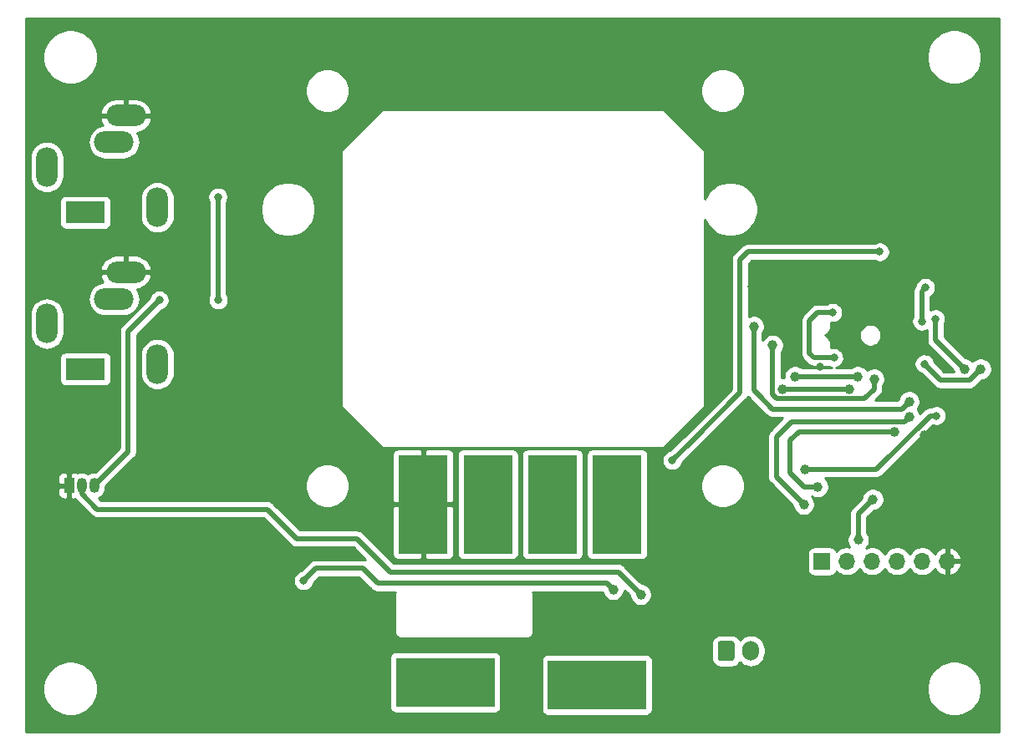
<source format=gbr>
%TF.GenerationSoftware,KiCad,Pcbnew,5.1.12-84ad8e8a86~92~ubuntu20.04.1*%
%TF.CreationDate,2021-11-15T21:49:06+01:00*%
%TF.ProjectId,incubator_bottom,696e6375-6261-4746-9f72-5f626f74746f,rev?*%
%TF.SameCoordinates,Original*%
%TF.FileFunction,Copper,L2,Bot*%
%TF.FilePolarity,Positive*%
%FSLAX46Y46*%
G04 Gerber Fmt 4.6, Leading zero omitted, Abs format (unit mm)*
G04 Created by KiCad (PCBNEW 5.1.12-84ad8e8a86~92~ubuntu20.04.1) date 2021-11-15 21:49:06*
%MOMM*%
%LPD*%
G01*
G04 APERTURE LIST*
%TA.AperFunction,SMDPad,CuDef*%
%ADD10R,10.000000X5.000000*%
%TD*%
%TA.AperFunction,ComponentPad*%
%ADD11O,1.700000X1.700000*%
%TD*%
%TA.AperFunction,ComponentPad*%
%ADD12R,1.700000X1.700000*%
%TD*%
%TA.AperFunction,ComponentPad*%
%ADD13R,4.000000X2.200000*%
%TD*%
%TA.AperFunction,ComponentPad*%
%ADD14O,2.200000X4.000000*%
%TD*%
%TA.AperFunction,ComponentPad*%
%ADD15O,4.000000X2.200000*%
%TD*%
%TA.AperFunction,ComponentPad*%
%ADD16O,1.050000X1.500000*%
%TD*%
%TA.AperFunction,ComponentPad*%
%ADD17R,1.050000X1.500000*%
%TD*%
%TA.AperFunction,ComponentPad*%
%ADD18O,1.700000X2.000000*%
%TD*%
%TA.AperFunction,SMDPad,CuDef*%
%ADD19R,5.000000X10.000000*%
%TD*%
%TA.AperFunction,ViaPad*%
%ADD20C,1.000000*%
%TD*%
%TA.AperFunction,ViaPad*%
%ADD21C,0.800000*%
%TD*%
%TA.AperFunction,Conductor*%
%ADD22C,0.508000*%
%TD*%
%TA.AperFunction,Conductor*%
%ADD23C,0.254000*%
%TD*%
%TA.AperFunction,Conductor*%
%ADD24C,0.100000*%
%TD*%
G04 APERTURE END LIST*
D10*
%TO.P,J12,1*%
%TO.N,Net-(J12-Pad1)*%
X43180000Y5715000D03*
%TD*%
%TO.P,J7,1*%
%TO.N,12V*%
X58547000Y5461000D03*
%TD*%
D11*
%TO.P,J8,6*%
%TO.N,GND*%
X94038000Y17968000D03*
%TO.P,J8,5*%
%TO.N,Net-(J8-Pad5)*%
X91498000Y17968000D03*
%TO.P,J8,4*%
%TO.N,Net-(D2-Pad2)*%
X88958000Y17968000D03*
%TO.P,J8,3*%
%TO.N,RX*%
X86418000Y17968000D03*
%TO.P,J8,2*%
%TO.N,TX*%
X83878000Y17968000D03*
D12*
%TO.P,J8,1*%
%TO.N,Net-(C5-Pad2)*%
X81338000Y17968000D03*
%TD*%
D13*
%TO.P,J5,T*%
%TO.N,Net-(J5-PadT)*%
X6731000Y37465000D03*
D14*
%TO.P,J5,TN*%
%TO.N,Net-(J5-PadTN)*%
X14031000Y37965000D03*
D15*
%TO.P,J5,RN*%
%TO.N,Net-(J5-PadRN)*%
X9631000Y44565000D03*
%TO.P,J5,R*%
%TO.N,GND*%
X10831000Y47265000D03*
D14*
%TO.P,J5,S*%
%TO.N,Net-(J5-PadS)*%
X2831000Y42065000D03*
%TD*%
%TO.P,J6,S*%
%TO.N,Net-(J6-PadS)*%
X2831000Y57940000D03*
D15*
%TO.P,J6,R*%
%TO.N,GND*%
X10831000Y63140000D03*
%TO.P,J6,RN*%
%TO.N,Net-(J6-PadRN)*%
X9631000Y60440000D03*
D14*
%TO.P,J6,TN*%
%TO.N,Net-(J6-PadTN)*%
X14031000Y53840000D03*
D13*
%TO.P,J6,T*%
%TO.N,Net-(J6-PadT)*%
X6731000Y53340000D03*
%TD*%
D16*
%TO.P,U2,2*%
%TO.N,ONE-WIRE-2*%
X6350000Y25654000D03*
%TO.P,U2,3*%
%TO.N,VIN*%
X7620000Y25654000D03*
D17*
%TO.P,U2,1*%
%TO.N,GND*%
X5080000Y25654000D03*
%TD*%
%TO.P,J1,1*%
%TO.N,12V*%
%TA.AperFunction,ComponentPad*%
G36*
G01*
X70778000Y8140000D02*
X70778000Y9640000D01*
G75*
G02*
X71028000Y9890000I250000J0D01*
G01*
X72228000Y9890000D01*
G75*
G02*
X72478000Y9640000I0J-250000D01*
G01*
X72478000Y8140000D01*
G75*
G02*
X72228000Y7890000I-250000J0D01*
G01*
X71028000Y7890000D01*
G75*
G02*
X70778000Y8140000I0J250000D01*
G01*
G37*
%TD.AperFunction*%
D18*
%TO.P,J1,2*%
%TO.N,Net-(J1-Pad2)*%
X74128000Y8890000D03*
%TD*%
D19*
%TO.P,J4,1*%
%TO.N,12V*%
X47497999Y23736000D03*
%TD*%
%TO.P,J9,1*%
%TO.N,GND*%
X40947999Y23736000D03*
%TD*%
%TO.P,J10,1*%
%TO.N,SDA*%
X54047999Y23736000D03*
%TD*%
%TO.P,J11,1*%
%TO.N,SCL*%
X60597999Y23736000D03*
%TD*%
D20*
%TO.N,GND*%
X41021000Y20574000D03*
X41021000Y23114000D03*
X41021000Y25654000D03*
X41021000Y28194000D03*
D21*
X88773000Y25908000D03*
X94488000Y23241000D03*
X91332000Y26181000D03*
X83820000Y38735000D03*
X81153000Y37719000D03*
X89535000Y70231000D03*
X89535000Y67564000D03*
X81280000Y5080000D03*
D20*
X20066000Y19939000D03*
X19177000Y25654000D03*
X66548000Y19050000D03*
X67183000Y21971000D03*
X72517000Y22098000D03*
X98298000Y7620000D03*
X88773000Y2032000D03*
X80391000Y45466000D03*
X91948000Y33909000D03*
X91694000Y30734000D03*
X70993000Y39116000D03*
X70866000Y46990000D03*
X28702000Y39116000D03*
X28575000Y46736000D03*
X79756000Y72136000D03*
X81026000Y70739000D03*
X73787000Y58674000D03*
X73914000Y61087000D03*
X66421000Y68072000D03*
X64770000Y68072000D03*
X36068000Y68199000D03*
X37846000Y68326000D03*
X25273000Y59436000D03*
X25273000Y61087000D03*
X85598000Y2794000D03*
X86995000Y4191000D03*
X15113000Y2921000D03*
X16764000Y2921000D03*
X14224000Y4318000D03*
X12065000Y1397000D03*
X11684000Y4318000D03*
X74676000Y33147000D03*
X74295000Y45847000D03*
D21*
X20574000Y68580000D03*
X21844000Y69850000D03*
X22987000Y70993000D03*
X98552000Y54610000D03*
%TO.N,VIN*%
X20193000Y44450000D03*
X92932000Y32734000D03*
X20161000Y54896000D03*
X14224000Y44450000D03*
X91441000Y42290000D03*
X91821000Y45720000D03*
D20*
X79629000Y27305000D03*
%TO.N,12V*%
X45720000Y27305000D03*
X46863000Y27305000D03*
X48006000Y27305000D03*
X49149000Y27305000D03*
X49149000Y26162000D03*
X48006000Y26162000D03*
X46863000Y26162000D03*
X45720000Y26162000D03*
X49149000Y25019000D03*
X48006000Y25019000D03*
X46863000Y25019000D03*
X45720000Y25019000D03*
X45720000Y23876000D03*
X45720000Y22733000D03*
X46863000Y22733000D03*
X48006000Y22733000D03*
X49149000Y22733000D03*
X49149000Y21590000D03*
X48006000Y21590000D03*
X46863000Y21590000D03*
X45720000Y21590000D03*
X45720000Y20447000D03*
X46863000Y20447000D03*
X48006000Y20447000D03*
X49149000Y20447000D03*
X49149000Y19304000D03*
X48006000Y19304000D03*
X46863000Y19304000D03*
X45720000Y19304000D03*
D21*
X62992000Y3937000D03*
X62992000Y4826000D03*
X62992000Y5715000D03*
X62992000Y6604000D03*
X62992000Y7493000D03*
X62103000Y7112000D03*
X62103000Y6223000D03*
X62103000Y5334000D03*
X62103000Y4445000D03*
X62103000Y3556000D03*
X61214000Y3937000D03*
X61214000Y4826000D03*
X61214000Y5715000D03*
X61214000Y6604000D03*
X61214000Y7493000D03*
X60325000Y7239000D03*
X60325000Y6350000D03*
X60325000Y5461000D03*
X60325000Y4572000D03*
X60325000Y3683000D03*
X59436000Y6604000D03*
X59436000Y5715000D03*
X59436000Y4826000D03*
X59436000Y3937000D03*
X59436000Y7493000D03*
X58547000Y7239000D03*
X58547000Y6350000D03*
X58547000Y5461000D03*
X58547000Y4572000D03*
X58547000Y3683000D03*
X57658000Y3937000D03*
X57658000Y4826000D03*
X57658000Y5715000D03*
X57658000Y6604000D03*
X57658000Y7493000D03*
X56769000Y7112000D03*
X56769000Y6223000D03*
X56769000Y5334000D03*
X56769000Y4445000D03*
X56769000Y3556000D03*
X55880000Y3937000D03*
X55880000Y4826000D03*
X55880000Y5715000D03*
X55880000Y6604000D03*
X55880000Y7493000D03*
X54991000Y7112000D03*
X54991000Y6223000D03*
X54991000Y5334000D03*
X54991000Y4445000D03*
X54991000Y3556000D03*
X54102000Y3937000D03*
X54102000Y4826000D03*
X54102000Y5715000D03*
X54102000Y6604000D03*
X54102000Y7493000D03*
X87185500Y49339500D03*
X66167000Y28194000D03*
%TO.N,MISO*%
X92837000Y42545000D03*
D20*
X95758000Y37465000D03*
D21*
%TO.N,MOSI*%
X91694000Y37973000D03*
D20*
X97409000Y37465000D03*
D21*
%TO.N,~RESET*%
X82423000Y43180000D03*
X82550000Y38608000D03*
D20*
%TO.N,SCL*%
X60579000Y19558000D03*
X84074000Y35433000D03*
X77343000Y35433000D03*
%TO.N,SDA*%
X55880000Y19431000D03*
X84963000Y36703000D03*
X78613000Y36703000D03*
%TO.N,TX*%
X86487000Y24257000D03*
X85021000Y20135000D03*
D21*
%TO.N,Net-(J12-Pad1)*%
X38735000Y7493000D03*
X38735000Y6604000D03*
X38735000Y5715000D03*
X38735000Y4826000D03*
X38735000Y3937000D03*
X39624000Y3937000D03*
X39624000Y4826000D03*
X39624000Y5715000D03*
X39624000Y6604000D03*
X39624000Y7493000D03*
X40513000Y7493000D03*
X40513000Y6604000D03*
X40513000Y5715000D03*
X40513000Y4826000D03*
X40513000Y3937000D03*
X41402000Y3937000D03*
X41402000Y4826000D03*
X41402000Y5715000D03*
X41402000Y6604000D03*
X41402000Y7493000D03*
X42291000Y7493000D03*
X42291000Y6604000D03*
X42291000Y5715000D03*
X42291000Y4826000D03*
X42291000Y3937000D03*
X43180000Y3937000D03*
X43180000Y4826000D03*
X43180000Y5715000D03*
X43180000Y6604000D03*
X43180000Y7493000D03*
X44069000Y7493000D03*
X44069000Y6604000D03*
X44069000Y5715000D03*
X44069000Y4826000D03*
X44069000Y3937000D03*
X44958000Y3937000D03*
X44958000Y4826000D03*
X44958000Y5715000D03*
X44958000Y6604000D03*
X44958000Y7493000D03*
X45847000Y7493000D03*
X45847000Y6604000D03*
X45847000Y5715000D03*
X45847000Y4826000D03*
X45847000Y3937000D03*
X46736000Y3937000D03*
X46736000Y4826000D03*
X46736000Y5715000D03*
X46736000Y6604000D03*
X46736000Y7493000D03*
X47625000Y4826000D03*
X47625000Y6604000D03*
X47625000Y7493000D03*
X47625000Y3937000D03*
X47625000Y5715000D03*
D20*
%TO.N,ONE-WIRE-1*%
X60198000Y15113000D03*
X80899000Y25527000D03*
X88646000Y31115000D03*
D21*
X28829000Y16002000D03*
D20*
%TO.N,ONE-WIRE-2*%
X90170000Y32639000D03*
X79502000Y23749000D03*
X62992000Y14605000D03*
%TO.N,ONE-WIRE-4*%
X90170000Y34163000D03*
X74422000Y41783000D03*
%TO.N,ONE-WIRE-3*%
X86614000Y36449000D03*
X76327000Y39878000D03*
%TD*%
D22*
%TO.N,VIN*%
X92900000Y32766000D02*
X92932000Y32734000D01*
X20161000Y44482000D02*
X20193000Y44450000D01*
X20161000Y54896000D02*
X20161000Y44482000D01*
X7620000Y25654000D02*
X7620000Y26162000D01*
X14224000Y44450000D02*
X11049000Y41275000D01*
X11049000Y29083000D02*
X7620000Y25654000D01*
X11049000Y41275000D02*
X11049000Y29083000D01*
X91441000Y42290000D02*
X91441000Y45340000D01*
X91441000Y45340000D02*
X91821000Y45720000D01*
X91821000Y45720000D02*
X91821000Y45720000D01*
X92282078Y32734000D02*
X92932000Y32734000D01*
X86853078Y27305000D02*
X92282078Y32734000D01*
X79629000Y27305000D02*
X86853078Y27305000D01*
%TO.N,12V*%
X47497999Y23736000D02*
X48628000Y23736000D01*
X76263500Y49339500D02*
X87185500Y49339500D01*
X87185500Y49339500D02*
X87185500Y49339500D01*
X76263500Y49339500D02*
X73850500Y49339500D01*
X73850500Y49339500D02*
X73025000Y48514000D01*
X73025000Y48514000D02*
X73025000Y48514000D01*
X73025000Y48514000D02*
X73025000Y35052000D01*
X73025000Y35052000D02*
X68072000Y30099000D01*
X68072000Y30099000D02*
X66167000Y28194000D01*
X66167000Y28194000D02*
X66167000Y28194000D01*
%TO.N,MISO*%
X92837000Y42545000D02*
X92837000Y41402000D01*
X95758000Y37465000D02*
X92837000Y40386000D01*
X92837000Y40386000D02*
X92837000Y41402000D01*
%TO.N,MOSI*%
X91821000Y38100000D02*
X91694000Y37973000D01*
X91694000Y37973000D02*
X93345000Y36322000D01*
X96266000Y36322000D02*
X97409000Y37465000D01*
X93345000Y36322000D02*
X96266000Y36322000D01*
%TO.N,~RESET*%
X82423000Y43180000D02*
X82423000Y43180000D01*
X82550000Y38608000D02*
X82550000Y38608000D01*
X80079010Y39046990D02*
X80518000Y38608000D01*
X80079010Y42360010D02*
X80079010Y39046990D01*
X80518000Y38608000D02*
X82550000Y38608000D01*
X80899000Y43180000D02*
X80079010Y42360010D01*
X82423000Y43180000D02*
X80899000Y43180000D01*
%TO.N,SCL*%
X84074000Y35433000D02*
X80010000Y35433000D01*
X80010000Y35433000D02*
X78740000Y35433000D01*
X78740000Y35433000D02*
X78740000Y35433000D01*
X78740000Y35433000D02*
X77343000Y35433000D01*
X77343000Y35433000D02*
X77343000Y35433000D01*
%TO.N,SDA*%
X78613000Y36703000D02*
X84963000Y36703000D01*
%TO.N,TX*%
X85021000Y22791000D02*
X86487000Y24257000D01*
X85021000Y20135000D02*
X85021000Y22791000D01*
%TO.N,ONE-WIRE-1*%
X52070000Y15748000D02*
X59563000Y15748000D01*
X59563000Y15748000D02*
X60198000Y15113000D01*
X60198000Y15113000D02*
X60198000Y15113000D01*
X78105000Y30226000D02*
X78994000Y31115000D01*
X78105000Y26924000D02*
X78105000Y30226000D01*
X88646000Y31115000D02*
X78994000Y31115000D01*
X79502000Y25527000D02*
X78105000Y26924000D01*
X80899000Y25527000D02*
X79502000Y25527000D01*
X30099000Y17272000D02*
X28829000Y16002000D01*
X34798000Y17272000D02*
X30099000Y17272000D01*
X36322000Y15748000D02*
X34798000Y17272000D01*
X52070000Y15748000D02*
X36322000Y15748000D01*
%TO.N,ONE-WIRE-2*%
X90170000Y32639000D02*
X89662000Y32131000D01*
X50546000Y16891000D02*
X60706000Y16891000D01*
X60706000Y16891000D02*
X62230000Y15367000D01*
X78613000Y32131000D02*
X78232000Y32131000D01*
X89662000Y32131000D02*
X78613000Y32131000D01*
X78232000Y32131000D02*
X76708000Y30607000D01*
X76708000Y30607000D02*
X76708000Y27319723D01*
X76708000Y27319723D02*
X76708000Y26543000D01*
X76708000Y26543000D02*
X79502000Y23749000D01*
X79502000Y23749000D02*
X79502000Y23749000D01*
X62230000Y15367000D02*
X62992000Y14605000D01*
X62992000Y14605000D02*
X62992000Y14605000D01*
X6350000Y24831798D02*
X6350000Y25654000D01*
X7940798Y23241000D02*
X6350000Y24831798D01*
X28130500Y20256500D02*
X25146000Y23241000D01*
X34226500Y20256500D02*
X28130500Y20256500D01*
X25146000Y23241000D02*
X7940798Y23241000D01*
X37592000Y16891000D02*
X34226500Y20256500D01*
X50546000Y16891000D02*
X37592000Y16891000D01*
%TO.N,ONE-WIRE-4*%
X90170000Y34163000D02*
X89408000Y33401000D01*
X89408000Y33401000D02*
X76327000Y33401000D01*
X76327000Y33401000D02*
X74930000Y34798000D01*
X74930000Y34798000D02*
X74422000Y35306000D01*
X74422000Y35306000D02*
X74422000Y41783000D01*
X74422000Y41783000D02*
X74422000Y41783000D01*
%TO.N,ONE-WIRE-3*%
X86614000Y36449000D02*
X86614000Y35433000D01*
X85659999Y34478999D02*
X76773001Y34478999D01*
X86614000Y35433000D02*
X85659999Y34478999D01*
X76773001Y34478999D02*
X76327000Y34925000D01*
X76327000Y34925000D02*
X76327000Y39878000D01*
X76327000Y39878000D02*
X76327000Y39878000D01*
%TD*%
D23*
%TO.N,GND*%
X99264001Y685000D02*
X685000Y685000D01*
X685000Y5354299D01*
X2422000Y5354299D01*
X2422000Y4805701D01*
X2529026Y4267646D01*
X2738965Y3760808D01*
X3043750Y3304666D01*
X3431666Y2916750D01*
X3887808Y2611965D01*
X4394646Y2402026D01*
X4932701Y2295000D01*
X5481299Y2295000D01*
X6019354Y2402026D01*
X6526192Y2611965D01*
X6982334Y2916750D01*
X7370250Y3304666D01*
X7675035Y3760808D01*
X7884974Y4267646D01*
X7992000Y4805701D01*
X7992000Y5354299D01*
X7884974Y5892354D01*
X7675035Y6399192D01*
X7370250Y6855334D01*
X6982334Y7243250D01*
X6526192Y7548035D01*
X6019354Y7757974D01*
X5481299Y7865000D01*
X4932701Y7865000D01*
X4394646Y7757974D01*
X3887808Y7548035D01*
X3431666Y7243250D01*
X3043750Y6855334D01*
X2738965Y6399192D01*
X2529026Y5892354D01*
X2422000Y5354299D01*
X685000Y5354299D01*
X685000Y8215000D01*
X37541928Y8215000D01*
X37541928Y3215000D01*
X37554188Y3090518D01*
X37590498Y2970820D01*
X37649463Y2860506D01*
X37728815Y2763815D01*
X37825506Y2684463D01*
X37935820Y2625498D01*
X38055518Y2589188D01*
X38180000Y2576928D01*
X48180000Y2576928D01*
X48304482Y2589188D01*
X48424180Y2625498D01*
X48534494Y2684463D01*
X48631185Y2763815D01*
X48710537Y2860506D01*
X48769502Y2970820D01*
X48805812Y3090518D01*
X48818072Y3215000D01*
X48818072Y7961000D01*
X52908928Y7961000D01*
X52908928Y2961000D01*
X52921188Y2836518D01*
X52957498Y2716820D01*
X53016463Y2606506D01*
X53095815Y2509815D01*
X53192506Y2430463D01*
X53302820Y2371498D01*
X53422518Y2335188D01*
X53547000Y2322928D01*
X63547000Y2322928D01*
X63671482Y2335188D01*
X63791180Y2371498D01*
X63901494Y2430463D01*
X63998185Y2509815D01*
X64077537Y2606506D01*
X64136502Y2716820D01*
X64172812Y2836518D01*
X64185072Y2961000D01*
X64185072Y5354299D01*
X91957000Y5354299D01*
X91957000Y4805701D01*
X92064026Y4267646D01*
X92273965Y3760808D01*
X92578750Y3304666D01*
X92966666Y2916750D01*
X93422808Y2611965D01*
X93929646Y2402026D01*
X94467701Y2295000D01*
X95016299Y2295000D01*
X95554354Y2402026D01*
X96061192Y2611965D01*
X96517334Y2916750D01*
X96905250Y3304666D01*
X97210035Y3760808D01*
X97419974Y4267646D01*
X97527000Y4805701D01*
X97527000Y5354299D01*
X97419974Y5892354D01*
X97210035Y6399192D01*
X96905250Y6855334D01*
X96517334Y7243250D01*
X96061192Y7548035D01*
X95554354Y7757974D01*
X95016299Y7865000D01*
X94467701Y7865000D01*
X93929646Y7757974D01*
X93422808Y7548035D01*
X92966666Y7243250D01*
X92578750Y6855334D01*
X92273965Y6399192D01*
X92064026Y5892354D01*
X91957000Y5354299D01*
X64185072Y5354299D01*
X64185072Y7961000D01*
X64172812Y8085482D01*
X64136502Y8205180D01*
X64077537Y8315494D01*
X63998185Y8412185D01*
X63901494Y8491537D01*
X63791180Y8550502D01*
X63671482Y8586812D01*
X63547000Y8599072D01*
X53547000Y8599072D01*
X53422518Y8586812D01*
X53302820Y8550502D01*
X53192506Y8491537D01*
X53095815Y8412185D01*
X53016463Y8315494D01*
X52957498Y8205180D01*
X52921188Y8085482D01*
X52908928Y7961000D01*
X48818072Y7961000D01*
X48818072Y8215000D01*
X48805812Y8339482D01*
X48769502Y8459180D01*
X48710537Y8569494D01*
X48631185Y8666185D01*
X48534494Y8745537D01*
X48424180Y8804502D01*
X48304482Y8840812D01*
X48180000Y8853072D01*
X38180000Y8853072D01*
X38055518Y8840812D01*
X37935820Y8804502D01*
X37825506Y8745537D01*
X37728815Y8666185D01*
X37649463Y8569494D01*
X37590498Y8459180D01*
X37554188Y8339482D01*
X37541928Y8215000D01*
X685000Y8215000D01*
X685000Y9640000D01*
X70139928Y9640000D01*
X70139928Y8140000D01*
X70156992Y7966746D01*
X70207528Y7800150D01*
X70289595Y7646614D01*
X70400038Y7512038D01*
X70534614Y7401595D01*
X70688150Y7319528D01*
X70854746Y7268992D01*
X71028000Y7251928D01*
X72228000Y7251928D01*
X72401254Y7268992D01*
X72567850Y7319528D01*
X72721386Y7401595D01*
X72855962Y7512038D01*
X72966405Y7646614D01*
X73020777Y7748337D01*
X73072866Y7684866D01*
X73298987Y7499294D01*
X73556967Y7361401D01*
X73836890Y7276487D01*
X74128000Y7247815D01*
X74419111Y7276487D01*
X74699034Y7361401D01*
X74957014Y7499294D01*
X75183134Y7684866D01*
X75368706Y7910986D01*
X75506599Y8168967D01*
X75591513Y8448890D01*
X75613000Y8667051D01*
X75613000Y9112950D01*
X75591513Y9331111D01*
X75506599Y9611034D01*
X75368706Y9869014D01*
X75183134Y10095134D01*
X74957013Y10280706D01*
X74699033Y10418599D01*
X74419110Y10503513D01*
X74128000Y10532185D01*
X73836889Y10503513D01*
X73556966Y10418599D01*
X73298986Y10280706D01*
X73072866Y10095134D01*
X73020777Y10031663D01*
X72966405Y10133386D01*
X72855962Y10267962D01*
X72721386Y10378405D01*
X72567850Y10460472D01*
X72401254Y10511008D01*
X72228000Y10528072D01*
X71028000Y10528072D01*
X70854746Y10511008D01*
X70688150Y10460472D01*
X70534614Y10378405D01*
X70400038Y10267962D01*
X70289595Y10133386D01*
X70207528Y9979850D01*
X70156992Y9813254D01*
X70139928Y9640000D01*
X685000Y9640000D01*
X685000Y24904000D01*
X3916928Y24904000D01*
X3929188Y24779518D01*
X3965498Y24659820D01*
X4024463Y24549506D01*
X4103815Y24452815D01*
X4200506Y24373463D01*
X4310820Y24314498D01*
X4430518Y24278188D01*
X4555000Y24265928D01*
X4794250Y24269000D01*
X4953000Y24427750D01*
X4953000Y25527000D01*
X4078750Y25527000D01*
X3920000Y25368250D01*
X3916928Y24904000D01*
X685000Y24904000D01*
X685000Y26404000D01*
X3916928Y26404000D01*
X3920000Y25939750D01*
X4078750Y25781000D01*
X4953000Y25781000D01*
X4953000Y25935978D01*
X5190000Y25935978D01*
X5190000Y25372021D01*
X5206785Y25201600D01*
X5207000Y25200891D01*
X5207000Y24427750D01*
X5365750Y24269000D01*
X5605000Y24265928D01*
X5659911Y24271336D01*
X5718341Y24200139D01*
X5752264Y24172299D01*
X7281302Y22643260D01*
X7309139Y22609341D01*
X7444507Y22498247D01*
X7598947Y22415697D01*
X7644322Y22401933D01*
X7766522Y22364864D01*
X7799722Y22361594D01*
X7897131Y22352000D01*
X7897137Y22352000D01*
X7940797Y22347700D01*
X7984457Y22352000D01*
X24777765Y22352000D01*
X27471001Y19658764D01*
X27498841Y19624841D01*
X27634209Y19513747D01*
X27788649Y19431197D01*
X27839447Y19415788D01*
X27956224Y19380364D01*
X27989424Y19377094D01*
X28086833Y19367500D01*
X28086839Y19367500D01*
X28130499Y19363200D01*
X28174159Y19367500D01*
X33858265Y19367500D01*
X35123502Y18102262D01*
X34972274Y18148136D01*
X34841667Y18161000D01*
X34841660Y18161000D01*
X34798000Y18165300D01*
X34754340Y18161000D01*
X30142659Y18161000D01*
X30098999Y18165300D01*
X30055339Y18161000D01*
X30055333Y18161000D01*
X29957924Y18151406D01*
X29924724Y18148136D01*
X29823058Y18117296D01*
X29757149Y18097303D01*
X29602709Y18014753D01*
X29467341Y17903659D01*
X29439506Y17869741D01*
X28576895Y17007130D01*
X28527102Y16997226D01*
X28338744Y16919205D01*
X28169226Y16805937D01*
X28025063Y16661774D01*
X27911795Y16492256D01*
X27833774Y16303898D01*
X27794000Y16103939D01*
X27794000Y15900061D01*
X27833774Y15700102D01*
X27911795Y15511744D01*
X28025063Y15342226D01*
X28169226Y15198063D01*
X28338744Y15084795D01*
X28527102Y15006774D01*
X28727061Y14967000D01*
X28930939Y14967000D01*
X29130898Y15006774D01*
X29319256Y15084795D01*
X29488774Y15198063D01*
X29632937Y15342226D01*
X29746205Y15511744D01*
X29824226Y15700102D01*
X29834130Y15749895D01*
X30467236Y16383000D01*
X34429765Y16383000D01*
X35662504Y15150260D01*
X35690341Y15116341D01*
X35825709Y15005247D01*
X35980149Y14922697D01*
X36046058Y14902704D01*
X36147724Y14871864D01*
X36180924Y14868594D01*
X36278333Y14859000D01*
X36278339Y14859000D01*
X36321999Y14854700D01*
X36365659Y14859000D01*
X38122401Y14859000D01*
X38122290Y14858793D01*
X38084550Y14734383D01*
X38071807Y14605000D01*
X38075001Y14572571D01*
X38075000Y10827420D01*
X38071807Y10795000D01*
X38084550Y10665617D01*
X38122290Y10541207D01*
X38183575Y10426550D01*
X38223087Y10378405D01*
X38266052Y10326052D01*
X38366550Y10243575D01*
X38481207Y10182290D01*
X38605617Y10144550D01*
X38735000Y10131807D01*
X38767419Y10135000D01*
X51402581Y10135000D01*
X51435000Y10131807D01*
X51467419Y10135000D01*
X51564383Y10144550D01*
X51688793Y10182290D01*
X51803450Y10243575D01*
X51903948Y10326052D01*
X51986425Y10426550D01*
X52047710Y10541207D01*
X52085450Y10665617D01*
X52098193Y10795000D01*
X52095000Y10827419D01*
X52095000Y14572581D01*
X52098193Y14605000D01*
X52085450Y14734383D01*
X52047710Y14858793D01*
X52047599Y14859000D01*
X59091288Y14859000D01*
X59106617Y14781933D01*
X59192176Y14575376D01*
X59316388Y14389480D01*
X59474480Y14231388D01*
X59660376Y14107176D01*
X59866933Y14021617D01*
X60086212Y13978000D01*
X60309788Y13978000D01*
X60529067Y14021617D01*
X60735624Y14107176D01*
X60921520Y14231388D01*
X61079612Y14389480D01*
X61203824Y14575376D01*
X61289383Y14781933D01*
X61333000Y15001212D01*
X61333000Y15006764D01*
X61632258Y14707506D01*
X61632263Y14707502D01*
X61859594Y14480171D01*
X61900617Y14273933D01*
X61986176Y14067376D01*
X62110388Y13881480D01*
X62268480Y13723388D01*
X62454376Y13599176D01*
X62660933Y13513617D01*
X62880212Y13470000D01*
X63103788Y13470000D01*
X63323067Y13513617D01*
X63529624Y13599176D01*
X63715520Y13723388D01*
X63873612Y13881480D01*
X63997824Y14067376D01*
X64083383Y14273933D01*
X64127000Y14493212D01*
X64127000Y14716788D01*
X64083383Y14936067D01*
X63997824Y15142624D01*
X63873612Y15328520D01*
X63715520Y15486612D01*
X63529624Y15610824D01*
X63323067Y15696383D01*
X63116829Y15737406D01*
X62889498Y15964737D01*
X62889494Y15964742D01*
X61365499Y17488736D01*
X61337659Y17522659D01*
X61202291Y17633753D01*
X61047851Y17716303D01*
X60880274Y17767136D01*
X60749667Y17780000D01*
X60749660Y17780000D01*
X60706000Y17784300D01*
X60662340Y17780000D01*
X37960236Y17780000D01*
X37004236Y18736000D01*
X37809927Y18736000D01*
X37822187Y18611518D01*
X37858497Y18491820D01*
X37917462Y18381506D01*
X37996814Y18284815D01*
X38093505Y18205463D01*
X38203819Y18146498D01*
X38323517Y18110188D01*
X38447999Y18097928D01*
X40662249Y18101000D01*
X40820999Y18259750D01*
X40820999Y23609000D01*
X41074999Y23609000D01*
X41074999Y18259750D01*
X41233749Y18101000D01*
X43447999Y18097928D01*
X43572481Y18110188D01*
X43692179Y18146498D01*
X43802493Y18205463D01*
X43899184Y18284815D01*
X43978536Y18381506D01*
X44037501Y18491820D01*
X44073811Y18611518D01*
X44086071Y18736000D01*
X44082999Y23450250D01*
X43924249Y23609000D01*
X41074999Y23609000D01*
X40820999Y23609000D01*
X37971749Y23609000D01*
X37812999Y23450250D01*
X37809927Y18736000D01*
X37004236Y18736000D01*
X34885999Y20854236D01*
X34858159Y20888159D01*
X34722791Y20999253D01*
X34568351Y21081803D01*
X34400774Y21132636D01*
X34270167Y21145500D01*
X34270160Y21145500D01*
X34226500Y21149800D01*
X34182840Y21145500D01*
X28498735Y21145500D01*
X25805499Y23838736D01*
X25777659Y23872659D01*
X25642291Y23983753D01*
X25487851Y24066303D01*
X25320274Y24117136D01*
X25189667Y24130000D01*
X25189660Y24130000D01*
X25146000Y24134300D01*
X25102340Y24130000D01*
X8309034Y24130000D01*
X8079653Y24359381D01*
X8267579Y24459829D01*
X8444212Y24604788D01*
X8589171Y24781421D01*
X8696885Y24982941D01*
X8763215Y25201601D01*
X8780000Y25372022D01*
X8780000Y25556765D01*
X9046363Y25823128D01*
X29007000Y25823128D01*
X29007000Y25382872D01*
X29092890Y24951075D01*
X29261369Y24544331D01*
X29505962Y24178271D01*
X29817271Y23866962D01*
X30183331Y23622369D01*
X30590075Y23453890D01*
X31021872Y23368000D01*
X31462128Y23368000D01*
X31893925Y23453890D01*
X32300669Y23622369D01*
X32666729Y23866962D01*
X32978038Y24178271D01*
X33222631Y24544331D01*
X33391110Y24951075D01*
X33477000Y25382872D01*
X33477000Y25823128D01*
X33391110Y26254925D01*
X33222631Y26661669D01*
X32978038Y27027729D01*
X32666729Y27339038D01*
X32300669Y27583631D01*
X31893925Y27752110D01*
X31462128Y27838000D01*
X31021872Y27838000D01*
X30590075Y27752110D01*
X30183331Y27583631D01*
X29817271Y27339038D01*
X29505962Y27027729D01*
X29261369Y26661669D01*
X29092890Y26254925D01*
X29007000Y25823128D01*
X9046363Y25823128D01*
X11646736Y28423501D01*
X11680659Y28451341D01*
X11791753Y28586709D01*
X11871550Y28736000D01*
X37809927Y28736000D01*
X37812999Y24021750D01*
X37971749Y23863000D01*
X40820999Y23863000D01*
X40820999Y29212250D01*
X41074999Y29212250D01*
X41074999Y23863000D01*
X43924249Y23863000D01*
X44082999Y24021750D01*
X44086071Y28736000D01*
X44359927Y28736000D01*
X44359927Y18736000D01*
X44372187Y18611518D01*
X44408497Y18491820D01*
X44467462Y18381506D01*
X44546814Y18284815D01*
X44643505Y18205463D01*
X44753819Y18146498D01*
X44873517Y18110188D01*
X44997999Y18097928D01*
X49997999Y18097928D01*
X50122481Y18110188D01*
X50242179Y18146498D01*
X50352493Y18205463D01*
X50449184Y18284815D01*
X50528536Y18381506D01*
X50587501Y18491820D01*
X50623811Y18611518D01*
X50636071Y18736000D01*
X50636071Y28736000D01*
X50909927Y28736000D01*
X50909927Y18736000D01*
X50922187Y18611518D01*
X50958497Y18491820D01*
X51017462Y18381506D01*
X51096814Y18284815D01*
X51193505Y18205463D01*
X51303819Y18146498D01*
X51423517Y18110188D01*
X51547999Y18097928D01*
X56547999Y18097928D01*
X56672481Y18110188D01*
X56792179Y18146498D01*
X56902493Y18205463D01*
X56999184Y18284815D01*
X57078536Y18381506D01*
X57137501Y18491820D01*
X57173811Y18611518D01*
X57186071Y18736000D01*
X57186071Y28736000D01*
X57459927Y28736000D01*
X57459927Y18736000D01*
X57472187Y18611518D01*
X57508497Y18491820D01*
X57567462Y18381506D01*
X57646814Y18284815D01*
X57743505Y18205463D01*
X57853819Y18146498D01*
X57973517Y18110188D01*
X58097999Y18097928D01*
X63097999Y18097928D01*
X63222481Y18110188D01*
X63342179Y18146498D01*
X63452493Y18205463D01*
X63549184Y18284815D01*
X63628536Y18381506D01*
X63687501Y18491820D01*
X63723811Y18611518D01*
X63736071Y18736000D01*
X63736071Y18818000D01*
X79849928Y18818000D01*
X79849928Y17118000D01*
X79862188Y16993518D01*
X79898498Y16873820D01*
X79957463Y16763506D01*
X80036815Y16666815D01*
X80133506Y16587463D01*
X80243820Y16528498D01*
X80363518Y16492188D01*
X80488000Y16479928D01*
X82188000Y16479928D01*
X82312482Y16492188D01*
X82432180Y16528498D01*
X82542494Y16587463D01*
X82639185Y16666815D01*
X82718537Y16763506D01*
X82777502Y16873820D01*
X82799513Y16946380D01*
X82931368Y16814525D01*
X83174589Y16652010D01*
X83444842Y16540068D01*
X83731740Y16483000D01*
X84024260Y16483000D01*
X84311158Y16540068D01*
X84581411Y16652010D01*
X84824632Y16814525D01*
X85031475Y17021368D01*
X85148000Y17195760D01*
X85264525Y17021368D01*
X85471368Y16814525D01*
X85714589Y16652010D01*
X85984842Y16540068D01*
X86271740Y16483000D01*
X86564260Y16483000D01*
X86851158Y16540068D01*
X87121411Y16652010D01*
X87364632Y16814525D01*
X87571475Y17021368D01*
X87688000Y17195760D01*
X87804525Y17021368D01*
X88011368Y16814525D01*
X88254589Y16652010D01*
X88524842Y16540068D01*
X88811740Y16483000D01*
X89104260Y16483000D01*
X89391158Y16540068D01*
X89661411Y16652010D01*
X89904632Y16814525D01*
X90111475Y17021368D01*
X90228000Y17195760D01*
X90344525Y17021368D01*
X90551368Y16814525D01*
X90794589Y16652010D01*
X91064842Y16540068D01*
X91351740Y16483000D01*
X91644260Y16483000D01*
X91931158Y16540068D01*
X92201411Y16652010D01*
X92444632Y16814525D01*
X92651475Y17021368D01*
X92773195Y17203534D01*
X92842822Y17086645D01*
X93037731Y16870412D01*
X93271080Y16696359D01*
X93533901Y16571175D01*
X93681110Y16526524D01*
X93911000Y16647845D01*
X93911000Y17841000D01*
X94165000Y17841000D01*
X94165000Y16647845D01*
X94394890Y16526524D01*
X94542099Y16571175D01*
X94804920Y16696359D01*
X95038269Y16870412D01*
X95233178Y17086645D01*
X95382157Y17336748D01*
X95479481Y17611109D01*
X95358814Y17841000D01*
X94165000Y17841000D01*
X93911000Y17841000D01*
X93891000Y17841000D01*
X93891000Y18095000D01*
X93911000Y18095000D01*
X93911000Y19288155D01*
X94165000Y19288155D01*
X94165000Y18095000D01*
X95358814Y18095000D01*
X95479481Y18324891D01*
X95382157Y18599252D01*
X95233178Y18849355D01*
X95038269Y19065588D01*
X94804920Y19239641D01*
X94542099Y19364825D01*
X94394890Y19409476D01*
X94165000Y19288155D01*
X93911000Y19288155D01*
X93681110Y19409476D01*
X93533901Y19364825D01*
X93271080Y19239641D01*
X93037731Y19065588D01*
X92842822Y18849355D01*
X92773195Y18732466D01*
X92651475Y18914632D01*
X92444632Y19121475D01*
X92201411Y19283990D01*
X91931158Y19395932D01*
X91644260Y19453000D01*
X91351740Y19453000D01*
X91064842Y19395932D01*
X90794589Y19283990D01*
X90551368Y19121475D01*
X90344525Y18914632D01*
X90228000Y18740240D01*
X90111475Y18914632D01*
X89904632Y19121475D01*
X89661411Y19283990D01*
X89391158Y19395932D01*
X89104260Y19453000D01*
X88811740Y19453000D01*
X88524842Y19395932D01*
X88254589Y19283990D01*
X88011368Y19121475D01*
X87804525Y18914632D01*
X87688000Y18740240D01*
X87571475Y18914632D01*
X87364632Y19121475D01*
X87121411Y19283990D01*
X86851158Y19395932D01*
X86564260Y19453000D01*
X86271740Y19453000D01*
X85984842Y19395932D01*
X85817925Y19326793D01*
X85902612Y19411480D01*
X86026824Y19597376D01*
X86112383Y19803933D01*
X86156000Y20023212D01*
X86156000Y20246788D01*
X86112383Y20466067D01*
X86026824Y20672624D01*
X85910000Y20847463D01*
X85910000Y22422765D01*
X86611830Y23124594D01*
X86818067Y23165617D01*
X87024624Y23251176D01*
X87210520Y23375388D01*
X87368612Y23533480D01*
X87492824Y23719376D01*
X87578383Y23925933D01*
X87622000Y24145212D01*
X87622000Y24368788D01*
X87578383Y24588067D01*
X87492824Y24794624D01*
X87368612Y24980520D01*
X87210520Y25138612D01*
X87024624Y25262824D01*
X86818067Y25348383D01*
X86598788Y25392000D01*
X86375212Y25392000D01*
X86155933Y25348383D01*
X85949376Y25262824D01*
X85763480Y25138612D01*
X85605388Y24980520D01*
X85481176Y24794624D01*
X85395617Y24588067D01*
X85354594Y24381830D01*
X84423259Y23450494D01*
X84389342Y23422659D01*
X84361507Y23388742D01*
X84361505Y23388740D01*
X84278248Y23287291D01*
X84195698Y23132852D01*
X84144864Y22965274D01*
X84127700Y22791000D01*
X84132001Y22747330D01*
X84132000Y20847464D01*
X84015176Y20672624D01*
X83929617Y20466067D01*
X83886000Y20246788D01*
X83886000Y20023212D01*
X83929617Y19803933D01*
X84015176Y19597376D01*
X84125040Y19432953D01*
X84024260Y19453000D01*
X83731740Y19453000D01*
X83444842Y19395932D01*
X83174589Y19283990D01*
X82931368Y19121475D01*
X82799513Y18989620D01*
X82777502Y19062180D01*
X82718537Y19172494D01*
X82639185Y19269185D01*
X82542494Y19348537D01*
X82432180Y19407502D01*
X82312482Y19443812D01*
X82188000Y19456072D01*
X80488000Y19456072D01*
X80363518Y19443812D01*
X80243820Y19407502D01*
X80133506Y19348537D01*
X80036815Y19269185D01*
X79957463Y19172494D01*
X79898498Y19062180D01*
X79862188Y18942482D01*
X79849928Y18818000D01*
X63736071Y18818000D01*
X63736071Y25823128D01*
X69063000Y25823128D01*
X69063000Y25382872D01*
X69148890Y24951075D01*
X69317369Y24544331D01*
X69561962Y24178271D01*
X69873271Y23866962D01*
X70239331Y23622369D01*
X70646075Y23453890D01*
X71077872Y23368000D01*
X71518128Y23368000D01*
X71949925Y23453890D01*
X72356669Y23622369D01*
X72722729Y23866962D01*
X73034038Y24178271D01*
X73278631Y24544331D01*
X73447110Y24951075D01*
X73533000Y25382872D01*
X73533000Y25823128D01*
X73447110Y26254925D01*
X73278631Y26661669D01*
X73034038Y27027729D01*
X72722729Y27339038D01*
X72356669Y27583631D01*
X71949925Y27752110D01*
X71518128Y27838000D01*
X71077872Y27838000D01*
X70646075Y27752110D01*
X70239331Y27583631D01*
X69873271Y27339038D01*
X69561962Y27027729D01*
X69317369Y26661669D01*
X69148890Y26254925D01*
X69063000Y25823128D01*
X63736071Y25823128D01*
X63736071Y28295939D01*
X65132000Y28295939D01*
X65132000Y28092061D01*
X65171774Y27892102D01*
X65249795Y27703744D01*
X65363063Y27534226D01*
X65507226Y27390063D01*
X65676744Y27276795D01*
X65865102Y27198774D01*
X66065061Y27159000D01*
X66268939Y27159000D01*
X66468898Y27198774D01*
X66657256Y27276795D01*
X66826774Y27390063D01*
X66970937Y27534226D01*
X67084205Y27703744D01*
X67162226Y27892102D01*
X67172130Y27941895D01*
X68731495Y29501259D01*
X68731500Y29501265D01*
X73622742Y34392506D01*
X73656659Y34420341D01*
X73767753Y34555709D01*
X73818716Y34651054D01*
X73824264Y34646501D01*
X75667501Y32803264D01*
X75695341Y32769341D01*
X75830709Y32658247D01*
X75985149Y32575697D01*
X76037803Y32559725D01*
X76152724Y32524864D01*
X76185924Y32521594D01*
X76283333Y32512000D01*
X76283339Y32512000D01*
X76326999Y32507700D01*
X76370659Y32512000D01*
X77355764Y32512000D01*
X76110264Y31266499D01*
X76076341Y31238659D01*
X75965247Y31103290D01*
X75882697Y30948850D01*
X75831864Y30781273D01*
X75819000Y30650666D01*
X75819000Y30650660D01*
X75814700Y30607000D01*
X75819000Y30563340D01*
X75819001Y27363399D01*
X75819000Y27363389D01*
X75819000Y26586660D01*
X75814700Y26543000D01*
X75819000Y26499340D01*
X75819000Y26499333D01*
X75820973Y26479303D01*
X75831864Y26368726D01*
X75882698Y26201148D01*
X75909882Y26150291D01*
X75965248Y26046709D01*
X76076342Y25911341D01*
X76110259Y25883506D01*
X78369594Y23624170D01*
X78410617Y23417933D01*
X78496176Y23211376D01*
X78620388Y23025480D01*
X78778480Y22867388D01*
X78964376Y22743176D01*
X79170933Y22657617D01*
X79390212Y22614000D01*
X79613788Y22614000D01*
X79833067Y22657617D01*
X80039624Y22743176D01*
X80225520Y22867388D01*
X80383612Y23025480D01*
X80507824Y23211376D01*
X80593383Y23417933D01*
X80637000Y23637212D01*
X80637000Y23860788D01*
X80593383Y24080067D01*
X80507824Y24286624D01*
X80383612Y24472520D01*
X80281755Y24574377D01*
X80361376Y24521176D01*
X80567933Y24435617D01*
X80787212Y24392000D01*
X81010788Y24392000D01*
X81230067Y24435617D01*
X81436624Y24521176D01*
X81622520Y24645388D01*
X81780612Y24803480D01*
X81904824Y24989376D01*
X81990383Y25195933D01*
X82034000Y25415212D01*
X82034000Y25638788D01*
X81990383Y25858067D01*
X81904824Y26064624D01*
X81780612Y26250520D01*
X81622520Y26408612D01*
X81611463Y26416000D01*
X86809418Y26416000D01*
X86853078Y26411700D01*
X86896738Y26416000D01*
X86896745Y26416000D01*
X87027352Y26428864D01*
X87194929Y26479697D01*
X87349369Y26562247D01*
X87484737Y26673341D01*
X87512577Y26707264D01*
X92569281Y31763967D01*
X92630102Y31738774D01*
X92830061Y31699000D01*
X93033939Y31699000D01*
X93233898Y31738774D01*
X93422256Y31816795D01*
X93591774Y31930063D01*
X93735937Y32074226D01*
X93849205Y32243744D01*
X93927226Y32432102D01*
X93967000Y32632061D01*
X93967000Y32835939D01*
X93927226Y33035898D01*
X93849205Y33224256D01*
X93735937Y33393774D01*
X93591774Y33537937D01*
X93422256Y33651205D01*
X93233898Y33729226D01*
X93033939Y33769000D01*
X92830061Y33769000D01*
X92630102Y33729226D01*
X92441744Y33651205D01*
X92399532Y33623000D01*
X92325737Y33623000D01*
X92282077Y33627300D01*
X92238417Y33623000D01*
X92238411Y33623000D01*
X92141002Y33613406D01*
X92107802Y33610136D01*
X92006136Y33579296D01*
X91940227Y33559303D01*
X91785787Y33476753D01*
X91650419Y33365659D01*
X91622584Y33331742D01*
X91261244Y32970402D01*
X91175824Y33176624D01*
X91051612Y33362520D01*
X91013132Y33401000D01*
X91051612Y33439480D01*
X91175824Y33625376D01*
X91261383Y33831933D01*
X91305000Y34051212D01*
X91305000Y34274788D01*
X91261383Y34494067D01*
X91175824Y34700624D01*
X91051612Y34886520D01*
X90893520Y35044612D01*
X90707624Y35168824D01*
X90501067Y35254383D01*
X90281788Y35298000D01*
X90058212Y35298000D01*
X89838933Y35254383D01*
X89632376Y35168824D01*
X89446480Y35044612D01*
X89288388Y34886520D01*
X89164176Y34700624D01*
X89078617Y34494067D01*
X89038026Y34290000D01*
X86728235Y34290000D01*
X87211741Y34773505D01*
X87245659Y34801341D01*
X87356753Y34936709D01*
X87439303Y35091149D01*
X87462865Y35168824D01*
X87490136Y35258724D01*
X87496329Y35321606D01*
X87503000Y35389333D01*
X87503000Y35389339D01*
X87507300Y35432999D01*
X87503000Y35476659D01*
X87503000Y35736537D01*
X87619824Y35911376D01*
X87705383Y36117933D01*
X87749000Y36337212D01*
X87749000Y36560788D01*
X87705383Y36780067D01*
X87619824Y36986624D01*
X87495612Y37172520D01*
X87337520Y37330612D01*
X87151624Y37454824D01*
X86945067Y37540383D01*
X86725788Y37584000D01*
X86502212Y37584000D01*
X86282933Y37540383D01*
X86076376Y37454824D01*
X85903073Y37339027D01*
X85844612Y37426520D01*
X85686520Y37584612D01*
X85500624Y37708824D01*
X85294067Y37794383D01*
X85074788Y37838000D01*
X84851212Y37838000D01*
X84631933Y37794383D01*
X84425376Y37708824D01*
X84250537Y37592000D01*
X82747459Y37592000D01*
X82851898Y37612774D01*
X83040256Y37690795D01*
X83209774Y37804063D01*
X83353937Y37948226D01*
X83467205Y38117744D01*
X83545226Y38306102D01*
X83585000Y38506061D01*
X83585000Y38709939D01*
X83545226Y38909898D01*
X83467205Y39098256D01*
X83353937Y39267774D01*
X83209774Y39411937D01*
X83040256Y39525205D01*
X82851898Y39603226D01*
X82651939Y39643000D01*
X82448061Y39643000D01*
X82250898Y39603782D01*
X82283300Y39766675D01*
X82283300Y39989325D01*
X82239863Y40207696D01*
X82154659Y40413398D01*
X82030961Y40598524D01*
X81873524Y40755961D01*
X81688398Y40879659D01*
X81653776Y40894000D01*
X81688398Y40908341D01*
X81833543Y41005325D01*
X85102700Y41005325D01*
X85102700Y40782675D01*
X85146137Y40564304D01*
X85231341Y40358602D01*
X85355039Y40173476D01*
X85512476Y40016039D01*
X85697602Y39892341D01*
X85903304Y39807137D01*
X86121675Y39763700D01*
X86344325Y39763700D01*
X86562696Y39807137D01*
X86768398Y39892341D01*
X86953524Y40016039D01*
X87110961Y40173476D01*
X87234659Y40358602D01*
X87319863Y40564304D01*
X87363300Y40782675D01*
X87363300Y41005325D01*
X87319863Y41223696D01*
X87234659Y41429398D01*
X87110961Y41614524D01*
X86953524Y41771961D01*
X86768398Y41895659D01*
X86562696Y41980863D01*
X86344325Y42024300D01*
X86121675Y42024300D01*
X85903304Y41980863D01*
X85697602Y41895659D01*
X85512476Y41771961D01*
X85355039Y41614524D01*
X85231341Y41429398D01*
X85146137Y41223696D01*
X85102700Y41005325D01*
X81833543Y41005325D01*
X81873524Y41032039D01*
X82030961Y41189476D01*
X82154659Y41374602D01*
X82239863Y41580304D01*
X82283300Y41798675D01*
X82283300Y42021325D01*
X82256130Y42157915D01*
X82321061Y42145000D01*
X82524939Y42145000D01*
X82724898Y42184774D01*
X82913256Y42262795D01*
X83082774Y42376063D01*
X83098650Y42391939D01*
X90406000Y42391939D01*
X90406000Y42188061D01*
X90445774Y41988102D01*
X90523795Y41799744D01*
X90637063Y41630226D01*
X90781226Y41486063D01*
X90950744Y41372795D01*
X91139102Y41294774D01*
X91339061Y41255000D01*
X91542939Y41255000D01*
X91742898Y41294774D01*
X91931256Y41372795D01*
X91948001Y41383984D01*
X91948000Y40429661D01*
X91943700Y40386000D01*
X91948000Y40342340D01*
X91948000Y40342334D01*
X91950734Y40314579D01*
X91960864Y40211726D01*
X91972467Y40173476D01*
X92011697Y40044150D01*
X92094247Y39889710D01*
X92205341Y39754341D01*
X92239264Y39726501D01*
X94625594Y37340170D01*
X94651288Y37211000D01*
X93713236Y37211000D01*
X92702290Y38221946D01*
X92697136Y38274274D01*
X92646302Y38441852D01*
X92563751Y38596291D01*
X92452659Y38731659D01*
X92317291Y38842751D01*
X92162852Y38925302D01*
X91995274Y38976136D01*
X91917743Y38983772D01*
X91795939Y39008000D01*
X91592061Y39008000D01*
X91392102Y38968226D01*
X91203744Y38890205D01*
X91034226Y38776937D01*
X90890063Y38632774D01*
X90776795Y38463256D01*
X90698774Y38274898D01*
X90659000Y38074939D01*
X90659000Y37871061D01*
X90698774Y37671102D01*
X90776795Y37482744D01*
X90890063Y37313226D01*
X91034226Y37169063D01*
X91203744Y37055795D01*
X91392102Y36977774D01*
X91441895Y36967870D01*
X92685506Y35724258D01*
X92713341Y35690341D01*
X92848709Y35579247D01*
X93003149Y35496697D01*
X93119892Y35461284D01*
X93170725Y35445864D01*
X93345000Y35428699D01*
X93388668Y35433000D01*
X96222340Y35433000D01*
X96266000Y35428700D01*
X96309660Y35433000D01*
X96309667Y35433000D01*
X96440274Y35445864D01*
X96607851Y35496697D01*
X96762291Y35579247D01*
X96897659Y35690341D01*
X96925499Y35724264D01*
X97533830Y36332594D01*
X97740067Y36373617D01*
X97946624Y36459176D01*
X98132520Y36583388D01*
X98290612Y36741480D01*
X98414824Y36927376D01*
X98500383Y37133933D01*
X98544000Y37353212D01*
X98544000Y37576788D01*
X98500383Y37796067D01*
X98414824Y38002624D01*
X98290612Y38188520D01*
X98132520Y38346612D01*
X97946624Y38470824D01*
X97740067Y38556383D01*
X97520788Y38600000D01*
X97297212Y38600000D01*
X97077933Y38556383D01*
X96871376Y38470824D01*
X96685480Y38346612D01*
X96583500Y38244632D01*
X96481520Y38346612D01*
X96295624Y38470824D01*
X96089067Y38556383D01*
X95882830Y38597406D01*
X93726000Y40754235D01*
X93726000Y42012532D01*
X93754205Y42054744D01*
X93832226Y42243102D01*
X93872000Y42443061D01*
X93872000Y42646939D01*
X93832226Y42846898D01*
X93754205Y43035256D01*
X93640937Y43204774D01*
X93496774Y43348937D01*
X93327256Y43462205D01*
X93138898Y43540226D01*
X92938939Y43580000D01*
X92735061Y43580000D01*
X92535102Y43540226D01*
X92346744Y43462205D01*
X92330000Y43451017D01*
X92330000Y44815319D01*
X92480774Y44916063D01*
X92624937Y45060226D01*
X92738205Y45229744D01*
X92816226Y45418102D01*
X92856000Y45618061D01*
X92856000Y45821939D01*
X92816226Y46021898D01*
X92738205Y46210256D01*
X92624937Y46379774D01*
X92480774Y46523937D01*
X92311256Y46637205D01*
X92122898Y46715226D01*
X91922939Y46755000D01*
X91719061Y46755000D01*
X91519102Y46715226D01*
X91330744Y46637205D01*
X91161226Y46523937D01*
X91017063Y46379774D01*
X90903795Y46210256D01*
X90825774Y46021898D01*
X90817037Y45977974D01*
X90809342Y45971659D01*
X90781507Y45937742D01*
X90781505Y45937740D01*
X90698248Y45836291D01*
X90615698Y45681852D01*
X90564864Y45514274D01*
X90547700Y45340000D01*
X90552001Y45296330D01*
X90552000Y42822468D01*
X90523795Y42780256D01*
X90445774Y42591898D01*
X90406000Y42391939D01*
X83098650Y42391939D01*
X83226937Y42520226D01*
X83340205Y42689744D01*
X83418226Y42878102D01*
X83458000Y43078061D01*
X83458000Y43281939D01*
X83418226Y43481898D01*
X83340205Y43670256D01*
X83226937Y43839774D01*
X83082774Y43983937D01*
X82913256Y44097205D01*
X82724898Y44175226D01*
X82524939Y44215000D01*
X82321061Y44215000D01*
X82121102Y44175226D01*
X81932744Y44097205D01*
X81890532Y44069000D01*
X80942660Y44069000D01*
X80899000Y44073300D01*
X80855340Y44069000D01*
X80855333Y44069000D01*
X80741325Y44057771D01*
X80724725Y44056136D01*
X80651758Y44034002D01*
X80557149Y44005303D01*
X80402709Y43922753D01*
X80267341Y43811659D01*
X80239505Y43777741D01*
X79481273Y43019509D01*
X79447351Y42991669D01*
X79336257Y42856300D01*
X79253707Y42701860D01*
X79202874Y42534283D01*
X79190010Y42403676D01*
X79190010Y42403670D01*
X79185710Y42360010D01*
X79190010Y42316350D01*
X79190011Y39090660D01*
X79185710Y39046990D01*
X79202874Y38872716D01*
X79253708Y38705138D01*
X79336258Y38550699D01*
X79372892Y38506061D01*
X79447352Y38415331D01*
X79481269Y38387496D01*
X79858501Y38010264D01*
X79886341Y37976341D01*
X80021709Y37865247D01*
X80176149Y37782697D01*
X80257078Y37758148D01*
X80343725Y37731864D01*
X80360325Y37730229D01*
X80474333Y37719000D01*
X80474340Y37719000D01*
X80518000Y37714700D01*
X80561660Y37719000D01*
X82017532Y37719000D01*
X82059744Y37690795D01*
X82248102Y37612774D01*
X82352541Y37592000D01*
X79325463Y37592000D01*
X79150624Y37708824D01*
X78944067Y37794383D01*
X78724788Y37838000D01*
X78501212Y37838000D01*
X78281933Y37794383D01*
X78075376Y37708824D01*
X77889480Y37584612D01*
X77731388Y37426520D01*
X77607176Y37240624D01*
X77521617Y37034067D01*
X77478000Y36814788D01*
X77478000Y36591212D01*
X77483764Y36562236D01*
X77454788Y36568000D01*
X77231212Y36568000D01*
X77216000Y36564974D01*
X77216000Y39165537D01*
X77332824Y39340376D01*
X77418383Y39546933D01*
X77462000Y39766212D01*
X77462000Y39989788D01*
X77418383Y40209067D01*
X77332824Y40415624D01*
X77208612Y40601520D01*
X77050520Y40759612D01*
X76864624Y40883824D01*
X76658067Y40969383D01*
X76438788Y41013000D01*
X76215212Y41013000D01*
X75995933Y40969383D01*
X75789376Y40883824D01*
X75603480Y40759612D01*
X75445388Y40601520D01*
X75321176Y40415624D01*
X75311000Y40391057D01*
X75311000Y41070537D01*
X75427824Y41245376D01*
X75513383Y41451933D01*
X75557000Y41671212D01*
X75557000Y41894788D01*
X75513383Y42114067D01*
X75427824Y42320624D01*
X75303612Y42506520D01*
X75145520Y42664612D01*
X74959624Y42788824D01*
X74753067Y42874383D01*
X74533788Y42918000D01*
X74310212Y42918000D01*
X74090933Y42874383D01*
X73914000Y42801095D01*
X73914000Y48145765D01*
X74218735Y48450500D01*
X86653032Y48450500D01*
X86695244Y48422295D01*
X86883602Y48344274D01*
X87083561Y48304500D01*
X87287439Y48304500D01*
X87487398Y48344274D01*
X87675756Y48422295D01*
X87845274Y48535563D01*
X87989437Y48679726D01*
X88102705Y48849244D01*
X88180726Y49037602D01*
X88220500Y49237561D01*
X88220500Y49441439D01*
X88180726Y49641398D01*
X88102705Y49829756D01*
X87989437Y49999274D01*
X87845274Y50143437D01*
X87675756Y50256705D01*
X87487398Y50334726D01*
X87287439Y50374500D01*
X87083561Y50374500D01*
X86883602Y50334726D01*
X86695244Y50256705D01*
X86653032Y50228500D01*
X73894159Y50228500D01*
X73850499Y50232800D01*
X73806839Y50228500D01*
X73806833Y50228500D01*
X73709424Y50218906D01*
X73676224Y50215636D01*
X73574558Y50184796D01*
X73508649Y50164803D01*
X73354209Y50082253D01*
X73218841Y49971159D01*
X73191001Y49937236D01*
X72427264Y49173499D01*
X72393341Y49145659D01*
X72282247Y49010291D01*
X72199697Y48855851D01*
X72148864Y48688274D01*
X72131699Y48514000D01*
X72136000Y48470332D01*
X72136001Y35420237D01*
X67474265Y30758500D01*
X67474259Y30758495D01*
X65914895Y29199130D01*
X65865102Y29189226D01*
X65676744Y29111205D01*
X65507226Y28997937D01*
X65363063Y28853774D01*
X65249795Y28684256D01*
X65171774Y28495898D01*
X65132000Y28295939D01*
X63736071Y28295939D01*
X63736071Y28736000D01*
X63723811Y28860482D01*
X63687501Y28980180D01*
X63628536Y29090494D01*
X63549184Y29187185D01*
X63452493Y29266537D01*
X63342179Y29325502D01*
X63222481Y29361812D01*
X63097999Y29374072D01*
X58097999Y29374072D01*
X57973517Y29361812D01*
X57853819Y29325502D01*
X57743505Y29266537D01*
X57646814Y29187185D01*
X57567462Y29090494D01*
X57508497Y28980180D01*
X57472187Y28860482D01*
X57459927Y28736000D01*
X57186071Y28736000D01*
X57173811Y28860482D01*
X57137501Y28980180D01*
X57078536Y29090494D01*
X56999184Y29187185D01*
X56902493Y29266537D01*
X56792179Y29325502D01*
X56672481Y29361812D01*
X56547999Y29374072D01*
X51547999Y29374072D01*
X51423517Y29361812D01*
X51303819Y29325502D01*
X51193505Y29266537D01*
X51096814Y29187185D01*
X51017462Y29090494D01*
X50958497Y28980180D01*
X50922187Y28860482D01*
X50909927Y28736000D01*
X50636071Y28736000D01*
X50623811Y28860482D01*
X50587501Y28980180D01*
X50528536Y29090494D01*
X50449184Y29187185D01*
X50352493Y29266537D01*
X50242179Y29325502D01*
X50122481Y29361812D01*
X49997999Y29374072D01*
X44997999Y29374072D01*
X44873517Y29361812D01*
X44753819Y29325502D01*
X44643505Y29266537D01*
X44546814Y29187185D01*
X44467462Y29090494D01*
X44408497Y28980180D01*
X44372187Y28860482D01*
X44359927Y28736000D01*
X44086071Y28736000D01*
X44073811Y28860482D01*
X44037501Y28980180D01*
X43978536Y29090494D01*
X43899184Y29187185D01*
X43802493Y29266537D01*
X43692179Y29325502D01*
X43572481Y29361812D01*
X43447999Y29374072D01*
X41233749Y29371000D01*
X41074999Y29212250D01*
X40820999Y29212250D01*
X40662249Y29371000D01*
X38447999Y29374072D01*
X38323517Y29361812D01*
X38203819Y29325502D01*
X38093505Y29266537D01*
X37996814Y29187185D01*
X37917462Y29090494D01*
X37858497Y28980180D01*
X37822187Y28860482D01*
X37809927Y28736000D01*
X11871550Y28736000D01*
X11874303Y28741149D01*
X11910502Y28860482D01*
X11925136Y28908724D01*
X11932174Y28980180D01*
X11938000Y29039333D01*
X11938000Y29039339D01*
X11942300Y29082999D01*
X11938000Y29126659D01*
X11938000Y38950224D01*
X12296000Y38950224D01*
X12296000Y36979775D01*
X12321106Y36724881D01*
X12420315Y36397832D01*
X12581422Y36096422D01*
X12798235Y35832234D01*
X13062423Y35615421D01*
X13363833Y35454314D01*
X13690882Y35355105D01*
X14031000Y35321606D01*
X14371119Y35355105D01*
X14698168Y35454314D01*
X14999578Y35615421D01*
X15263766Y35832234D01*
X15480579Y36096422D01*
X15641686Y36397832D01*
X15740895Y36724881D01*
X15766000Y36979775D01*
X15766000Y38950225D01*
X15740895Y39205119D01*
X15641686Y39532168D01*
X15480579Y39833578D01*
X15263766Y40097766D01*
X14999577Y40314579D01*
X14698167Y40475686D01*
X14371118Y40574895D01*
X14031000Y40608394D01*
X13690881Y40574895D01*
X13363832Y40475686D01*
X13062422Y40314579D01*
X12798234Y40097766D01*
X12581421Y39833577D01*
X12420314Y39532167D01*
X12321105Y39205118D01*
X12296000Y38950224D01*
X11938000Y38950224D01*
X11938000Y40906765D01*
X14476106Y43444870D01*
X14525898Y43454774D01*
X14714256Y43532795D01*
X14883774Y43646063D01*
X15027937Y43790226D01*
X15141205Y43959744D01*
X15219226Y44148102D01*
X15259000Y44348061D01*
X15259000Y44551939D01*
X15219226Y44751898D01*
X15141205Y44940256D01*
X15027937Y45109774D01*
X14883774Y45253937D01*
X14714256Y45367205D01*
X14525898Y45445226D01*
X14325939Y45485000D01*
X14122061Y45485000D01*
X13922102Y45445226D01*
X13733744Y45367205D01*
X13564226Y45253937D01*
X13420063Y45109774D01*
X13306795Y44940256D01*
X13228774Y44751898D01*
X13218870Y44702106D01*
X10451264Y41934499D01*
X10417341Y41906659D01*
X10306247Y41771290D01*
X10223697Y41616850D01*
X10221233Y41608726D01*
X10177543Y41464697D01*
X10172864Y41449273D01*
X10160000Y41318666D01*
X10160000Y41318660D01*
X10155700Y41275000D01*
X10160000Y41231340D01*
X10160001Y29451236D01*
X7751149Y27042384D01*
X7620000Y27055301D01*
X7445727Y27038136D01*
X7393550Y27022309D01*
X7392600Y27022215D01*
X7173940Y26955885D01*
X6985000Y26854894D01*
X6796059Y26955885D01*
X6577399Y27022215D01*
X6350000Y27044612D01*
X6122600Y27022215D01*
X5913902Y26958907D01*
X5849180Y26993502D01*
X5729482Y27029812D01*
X5605000Y27042072D01*
X5365750Y27039000D01*
X5207000Y26880250D01*
X5207000Y26107108D01*
X5206785Y26106399D01*
X5190000Y25935978D01*
X4953000Y25935978D01*
X4953000Y26880250D01*
X4794250Y27039000D01*
X4555000Y27042072D01*
X4430518Y27029812D01*
X4310820Y26993502D01*
X4200506Y26934537D01*
X4103815Y26855185D01*
X4024463Y26758494D01*
X3965498Y26648180D01*
X3929188Y26528482D01*
X3916928Y26404000D01*
X685000Y26404000D01*
X685000Y38565000D01*
X4092928Y38565000D01*
X4092928Y36365000D01*
X4105188Y36240518D01*
X4141498Y36120820D01*
X4200463Y36010506D01*
X4279815Y35913815D01*
X4376506Y35834463D01*
X4486820Y35775498D01*
X4606518Y35739188D01*
X4731000Y35726928D01*
X8731000Y35726928D01*
X8855482Y35739188D01*
X8975180Y35775498D01*
X9085494Y35834463D01*
X9182185Y35913815D01*
X9261537Y36010506D01*
X9320502Y36120820D01*
X9356812Y36240518D01*
X9369072Y36365000D01*
X9369072Y38565000D01*
X9356812Y38689482D01*
X9320502Y38809180D01*
X9261537Y38919494D01*
X9182185Y39016185D01*
X9085494Y39095537D01*
X8975180Y39154502D01*
X8855482Y39190812D01*
X8731000Y39203072D01*
X4731000Y39203072D01*
X4606518Y39190812D01*
X4486820Y39154502D01*
X4376506Y39095537D01*
X4279815Y39016185D01*
X4200463Y38919494D01*
X4141498Y38809180D01*
X4105188Y38689482D01*
X4092928Y38565000D01*
X685000Y38565000D01*
X685000Y43050224D01*
X1096000Y43050224D01*
X1096000Y41079775D01*
X1121106Y40824881D01*
X1220315Y40497832D01*
X1381422Y40196422D01*
X1598235Y39932234D01*
X1862423Y39715421D01*
X2163833Y39554314D01*
X2490882Y39455105D01*
X2831000Y39421606D01*
X3171119Y39455105D01*
X3498168Y39554314D01*
X3799578Y39715421D01*
X4063766Y39932234D01*
X4280579Y40196422D01*
X4441686Y40497832D01*
X4540895Y40824881D01*
X4566000Y41079775D01*
X4566000Y43050225D01*
X4540895Y43305119D01*
X4441686Y43632168D01*
X4280579Y43933578D01*
X4063766Y44197766D01*
X3799577Y44414579D01*
X3518160Y44565000D01*
X6987606Y44565000D01*
X7021105Y44224881D01*
X7120314Y43897832D01*
X7281421Y43596422D01*
X7498234Y43332234D01*
X7762422Y43115421D01*
X8063832Y42954314D01*
X8390881Y42855105D01*
X8645775Y42830000D01*
X10616225Y42830000D01*
X10871119Y42855105D01*
X11198168Y42954314D01*
X11499578Y43115421D01*
X11763766Y43332234D01*
X11980579Y43596422D01*
X12141686Y43897832D01*
X12240895Y44224881D01*
X12274394Y44565000D01*
X12240895Y44905119D01*
X12141686Y45232168D01*
X11980579Y45533578D01*
X11967916Y45549008D01*
X12194041Y45588114D01*
X12512288Y45710670D01*
X12800511Y45892958D01*
X13047633Y46127973D01*
X13244157Y46406683D01*
X13382531Y46718378D01*
X13420175Y46868878D01*
X13302125Y47138000D01*
X10958000Y47138000D01*
X10958000Y47118000D01*
X10704000Y47118000D01*
X10704000Y47138000D01*
X8359875Y47138000D01*
X8241825Y46868878D01*
X8279469Y46718378D01*
X8417843Y46406683D01*
X8502984Y46285936D01*
X8390881Y46274895D01*
X8063832Y46175686D01*
X7762422Y46014579D01*
X7498234Y45797766D01*
X7281421Y45533578D01*
X7120314Y45232168D01*
X7021105Y44905119D01*
X6987606Y44565000D01*
X3518160Y44565000D01*
X3498167Y44575686D01*
X3171118Y44674895D01*
X2831000Y44708394D01*
X2490881Y44674895D01*
X2163832Y44575686D01*
X1862422Y44414579D01*
X1598234Y44197766D01*
X1381421Y43933577D01*
X1220314Y43632167D01*
X1121105Y43305118D01*
X1096000Y43050224D01*
X685000Y43050224D01*
X685000Y47661122D01*
X8241825Y47661122D01*
X8359875Y47392000D01*
X10704000Y47392000D01*
X10704000Y49000000D01*
X10958000Y49000000D01*
X10958000Y47392000D01*
X13302125Y47392000D01*
X13420175Y47661122D01*
X13382531Y47811622D01*
X13244157Y48123317D01*
X13047633Y48402027D01*
X12800511Y48637042D01*
X12512288Y48819330D01*
X12194041Y48941886D01*
X11858000Y49000000D01*
X10958000Y49000000D01*
X10704000Y49000000D01*
X9804000Y49000000D01*
X9467959Y48941886D01*
X9149712Y48819330D01*
X8861489Y48637042D01*
X8614367Y48402027D01*
X8417843Y48123317D01*
X8279469Y47811622D01*
X8241825Y47661122D01*
X685000Y47661122D01*
X685000Y54440000D01*
X4092928Y54440000D01*
X4092928Y52240000D01*
X4105188Y52115518D01*
X4141498Y51995820D01*
X4200463Y51885506D01*
X4279815Y51788815D01*
X4376506Y51709463D01*
X4486820Y51650498D01*
X4606518Y51614188D01*
X4731000Y51601928D01*
X8731000Y51601928D01*
X8855482Y51614188D01*
X8975180Y51650498D01*
X9085494Y51709463D01*
X9182185Y51788815D01*
X9261537Y51885506D01*
X9320502Y51995820D01*
X9356812Y52115518D01*
X9369072Y52240000D01*
X9369072Y54440000D01*
X9356812Y54564482D01*
X9320502Y54684180D01*
X9261537Y54794494D01*
X9236318Y54825224D01*
X12296000Y54825224D01*
X12296000Y52854775D01*
X12321106Y52599881D01*
X12420315Y52272832D01*
X12581422Y51971422D01*
X12798235Y51707234D01*
X13062423Y51490421D01*
X13363833Y51329314D01*
X13690882Y51230105D01*
X14031000Y51196606D01*
X14371119Y51230105D01*
X14698168Y51329314D01*
X14999578Y51490421D01*
X15263766Y51707234D01*
X15480579Y51971422D01*
X15641686Y52272832D01*
X15740895Y52599881D01*
X15766000Y52854775D01*
X15766000Y54825225D01*
X15748990Y54997939D01*
X19126000Y54997939D01*
X19126000Y54794061D01*
X19165774Y54594102D01*
X19243795Y54405744D01*
X19272000Y54363532D01*
X19272001Y44931096D01*
X19197774Y44751898D01*
X19158000Y44551939D01*
X19158000Y44348061D01*
X19197774Y44148102D01*
X19275795Y43959744D01*
X19389063Y43790226D01*
X19533226Y43646063D01*
X19702744Y43532795D01*
X19891102Y43454774D01*
X20091061Y43415000D01*
X20294939Y43415000D01*
X20494898Y43454774D01*
X20683256Y43532795D01*
X20852774Y43646063D01*
X20996937Y43790226D01*
X21110205Y43959744D01*
X21188226Y44148102D01*
X21228000Y44348061D01*
X21228000Y44551939D01*
X21188226Y44751898D01*
X21110205Y44940256D01*
X21050000Y45030359D01*
X21050000Y53927299D01*
X24472000Y53927299D01*
X24472000Y53378701D01*
X24579026Y52840646D01*
X24788965Y52333808D01*
X25093750Y51877666D01*
X25481666Y51489750D01*
X25937808Y51184965D01*
X26444646Y50975026D01*
X26982701Y50868000D01*
X27531299Y50868000D01*
X28069354Y50975026D01*
X28576192Y51184965D01*
X29032334Y51489750D01*
X29420250Y51877666D01*
X29725035Y52333808D01*
X29934974Y52840646D01*
X30042000Y53378701D01*
X30042000Y53927299D01*
X29934974Y54465354D01*
X29725035Y54972192D01*
X29420250Y55428334D01*
X29032334Y55816250D01*
X28576192Y56121035D01*
X28069354Y56330974D01*
X27531299Y56438000D01*
X26982701Y56438000D01*
X26444646Y56330974D01*
X25937808Y56121035D01*
X25481666Y55816250D01*
X25093750Y55428334D01*
X24788965Y54972192D01*
X24579026Y54465354D01*
X24472000Y53927299D01*
X21050000Y53927299D01*
X21050000Y54363532D01*
X21078205Y54405744D01*
X21156226Y54594102D01*
X21196000Y54794061D01*
X21196000Y54997939D01*
X21156226Y55197898D01*
X21078205Y55386256D01*
X20964937Y55555774D01*
X20820774Y55699937D01*
X20651256Y55813205D01*
X20462898Y55891226D01*
X20262939Y55931000D01*
X20059061Y55931000D01*
X19859102Y55891226D01*
X19670744Y55813205D01*
X19501226Y55699937D01*
X19357063Y55555774D01*
X19243795Y55386256D01*
X19165774Y55197898D01*
X19126000Y54997939D01*
X15748990Y54997939D01*
X15740895Y55080119D01*
X15641686Y55407168D01*
X15480579Y55708578D01*
X15263766Y55972766D01*
X14999577Y56189579D01*
X14698167Y56350686D01*
X14371118Y56449895D01*
X14031000Y56483394D01*
X13690881Y56449895D01*
X13363832Y56350686D01*
X13062422Y56189579D01*
X12798234Y55972766D01*
X12581421Y55708577D01*
X12420314Y55407167D01*
X12321105Y55080118D01*
X12296000Y54825224D01*
X9236318Y54825224D01*
X9182185Y54891185D01*
X9085494Y54970537D01*
X8975180Y55029502D01*
X8855482Y55065812D01*
X8731000Y55078072D01*
X4731000Y55078072D01*
X4606518Y55065812D01*
X4486820Y55029502D01*
X4376506Y54970537D01*
X4279815Y54891185D01*
X4200463Y54794494D01*
X4141498Y54684180D01*
X4105188Y54564482D01*
X4092928Y54440000D01*
X685000Y54440000D01*
X685000Y58925224D01*
X1096000Y58925224D01*
X1096000Y56954775D01*
X1121106Y56699881D01*
X1220315Y56372832D01*
X1381422Y56071422D01*
X1598235Y55807234D01*
X1862423Y55590421D01*
X2163833Y55429314D01*
X2490882Y55330105D01*
X2831000Y55296606D01*
X3171119Y55330105D01*
X3498168Y55429314D01*
X3799578Y55590421D01*
X4063766Y55807234D01*
X4280579Y56071422D01*
X4441686Y56372832D01*
X4540895Y56699881D01*
X4566000Y56954775D01*
X4566000Y58925225D01*
X4540895Y59180119D01*
X4441686Y59507168D01*
X4280579Y59808578D01*
X4063766Y60072766D01*
X3799577Y60289579D01*
X3518160Y60440000D01*
X6987606Y60440000D01*
X7021105Y60099881D01*
X7120314Y59772832D01*
X7281421Y59471422D01*
X7498234Y59207234D01*
X7762422Y58990421D01*
X8063832Y58829314D01*
X8390881Y58730105D01*
X8645775Y58705000D01*
X10616225Y58705000D01*
X10871119Y58730105D01*
X11198168Y58829314D01*
X11499578Y58990421D01*
X11763766Y59207234D01*
X11847283Y59309000D01*
X32610808Y59309000D01*
X32614000Y59276591D01*
X32614001Y33941419D01*
X32610808Y33909000D01*
X32623551Y33779618D01*
X32661290Y33655208D01*
X32722575Y33540550D01*
X32784386Y33465234D01*
X32784387Y33465233D01*
X32805053Y33440052D01*
X32830232Y33419388D01*
X36594388Y29655231D01*
X36615052Y29630052D01*
X36640231Y29609388D01*
X36640233Y29609386D01*
X36676904Y29579291D01*
X36715550Y29547575D01*
X36830207Y29486290D01*
X36954617Y29448550D01*
X37051581Y29439000D01*
X37051588Y29439000D01*
X37084000Y29435808D01*
X37116412Y29439000D01*
X64991591Y29439000D01*
X65024000Y29435808D01*
X65056409Y29439000D01*
X65056419Y29439000D01*
X65153383Y29448550D01*
X65277793Y29486290D01*
X65392450Y29547575D01*
X65492948Y29630052D01*
X65513616Y29655236D01*
X69277770Y33419389D01*
X69302948Y33440052D01*
X69323615Y33465234D01*
X69385425Y33540550D01*
X69446710Y33655207D01*
X69484450Y33779617D01*
X69488540Y33821148D01*
X69494000Y33876581D01*
X69494000Y33876588D01*
X69497192Y33909000D01*
X69494000Y33941412D01*
X69494000Y52563074D01*
X69588965Y52333808D01*
X69893750Y51877666D01*
X70281666Y51489750D01*
X70737808Y51184965D01*
X71244646Y50975026D01*
X71782701Y50868000D01*
X72331299Y50868000D01*
X72869354Y50975026D01*
X73376192Y51184965D01*
X73832334Y51489750D01*
X74220250Y51877666D01*
X74525035Y52333808D01*
X74734974Y52840646D01*
X74842000Y53378701D01*
X74842000Y53927299D01*
X74734974Y54465354D01*
X74525035Y54972192D01*
X74220250Y55428334D01*
X73832334Y55816250D01*
X73376192Y56121035D01*
X72869354Y56330974D01*
X72331299Y56438000D01*
X71782701Y56438000D01*
X71244646Y56330974D01*
X70737808Y56121035D01*
X70281666Y55816250D01*
X69893750Y55428334D01*
X69588965Y54972192D01*
X69494000Y54742926D01*
X69494000Y59276588D01*
X69497192Y59309000D01*
X69494000Y59341412D01*
X69494000Y59341419D01*
X69484450Y59438383D01*
X69446710Y59562793D01*
X69385425Y59677450D01*
X69323614Y59752767D01*
X69323612Y59752769D01*
X69302948Y59777948D01*
X69277769Y59798612D01*
X65513616Y63562764D01*
X65492948Y63587948D01*
X65392450Y63670425D01*
X65277793Y63731710D01*
X65153383Y63769450D01*
X65056419Y63779000D01*
X65056409Y63779000D01*
X65024000Y63782192D01*
X64991591Y63779000D01*
X37116412Y63779000D01*
X37084000Y63782192D01*
X37051588Y63779000D01*
X37051581Y63779000D01*
X36954617Y63769450D01*
X36830207Y63731710D01*
X36715550Y63670425D01*
X36615052Y63587948D01*
X36594388Y63562769D01*
X32830236Y59798616D01*
X32805052Y59777948D01*
X32784387Y59752767D01*
X32784386Y59752766D01*
X32722575Y59677450D01*
X32661291Y59562793D01*
X32661290Y59562792D01*
X32623550Y59438382D01*
X32614000Y59341418D01*
X32614000Y59341409D01*
X32610808Y59309000D01*
X11847283Y59309000D01*
X11980579Y59471422D01*
X12141686Y59772832D01*
X12240895Y60099881D01*
X12274394Y60440000D01*
X12240895Y60780119D01*
X12141686Y61107168D01*
X11980579Y61408578D01*
X11967916Y61424008D01*
X12194041Y61463114D01*
X12512288Y61585670D01*
X12800511Y61767958D01*
X13047633Y62002973D01*
X13244157Y62281683D01*
X13382531Y62593378D01*
X13420175Y62743878D01*
X13302125Y63013000D01*
X10958000Y63013000D01*
X10958000Y62993000D01*
X10704000Y62993000D01*
X10704000Y63013000D01*
X8359875Y63013000D01*
X8241825Y62743878D01*
X8279469Y62593378D01*
X8417843Y62281683D01*
X8502984Y62160936D01*
X8390881Y62149895D01*
X8063832Y62050686D01*
X7762422Y61889579D01*
X7498234Y61672766D01*
X7281421Y61408578D01*
X7120314Y61107168D01*
X7021105Y60780119D01*
X6987606Y60440000D01*
X3518160Y60440000D01*
X3498167Y60450686D01*
X3171118Y60549895D01*
X2831000Y60583394D01*
X2490881Y60549895D01*
X2163832Y60450686D01*
X1862422Y60289579D01*
X1598234Y60072766D01*
X1381421Y59808577D01*
X1220314Y59507167D01*
X1121105Y59180118D01*
X1096000Y58925224D01*
X685000Y58925224D01*
X685000Y63536122D01*
X8241825Y63536122D01*
X8359875Y63267000D01*
X10704000Y63267000D01*
X10704000Y64875000D01*
X10958000Y64875000D01*
X10958000Y63267000D01*
X13302125Y63267000D01*
X13420175Y63536122D01*
X13382531Y63686622D01*
X13244157Y63998317D01*
X13047633Y64277027D01*
X12800511Y64512042D01*
X12512288Y64694330D01*
X12194041Y64816886D01*
X11858000Y64875000D01*
X10958000Y64875000D01*
X10704000Y64875000D01*
X9804000Y64875000D01*
X9467959Y64816886D01*
X9149712Y64694330D01*
X8861489Y64512042D01*
X8614367Y64277027D01*
X8417843Y63998317D01*
X8279469Y63686622D01*
X8241825Y63536122D01*
X685000Y63536122D01*
X685000Y65879128D01*
X29007000Y65879128D01*
X29007000Y65438872D01*
X29092890Y65007075D01*
X29261369Y64600331D01*
X29505962Y64234271D01*
X29817271Y63922962D01*
X30183331Y63678369D01*
X30590075Y63509890D01*
X31021872Y63424000D01*
X31462128Y63424000D01*
X31893925Y63509890D01*
X32300669Y63678369D01*
X32666729Y63922962D01*
X32978038Y64234271D01*
X33222631Y64600331D01*
X33391110Y65007075D01*
X33477000Y65438872D01*
X33477000Y65879128D01*
X69063000Y65879128D01*
X69063000Y65438872D01*
X69148890Y65007075D01*
X69317369Y64600331D01*
X69561962Y64234271D01*
X69873271Y63922962D01*
X70239331Y63678369D01*
X70646075Y63509890D01*
X71077872Y63424000D01*
X71518128Y63424000D01*
X71949925Y63509890D01*
X72356669Y63678369D01*
X72722729Y63922962D01*
X73034038Y64234271D01*
X73278631Y64600331D01*
X73447110Y65007075D01*
X73533000Y65438872D01*
X73533000Y65879128D01*
X73447110Y66310925D01*
X73278631Y66717669D01*
X73034038Y67083729D01*
X72722729Y67395038D01*
X72356669Y67639631D01*
X71949925Y67808110D01*
X71518128Y67894000D01*
X71077872Y67894000D01*
X70646075Y67808110D01*
X70239331Y67639631D01*
X69873271Y67395038D01*
X69561962Y67083729D01*
X69317369Y66717669D01*
X69148890Y66310925D01*
X69063000Y65879128D01*
X33477000Y65879128D01*
X33391110Y66310925D01*
X33222631Y66717669D01*
X32978038Y67083729D01*
X32666729Y67395038D01*
X32300669Y67639631D01*
X31893925Y67808110D01*
X31462128Y67894000D01*
X31021872Y67894000D01*
X30590075Y67808110D01*
X30183331Y67639631D01*
X29817271Y67395038D01*
X29505962Y67083729D01*
X29261369Y66717669D01*
X29092890Y66310925D01*
X29007000Y65879128D01*
X685000Y65879128D01*
X685000Y69362299D01*
X2422000Y69362299D01*
X2422000Y68813701D01*
X2529026Y68275646D01*
X2738965Y67768808D01*
X3043750Y67312666D01*
X3431666Y66924750D01*
X3887808Y66619965D01*
X4394646Y66410026D01*
X4932701Y66303000D01*
X5481299Y66303000D01*
X6019354Y66410026D01*
X6526192Y66619965D01*
X6982334Y66924750D01*
X7370250Y67312666D01*
X7675035Y67768808D01*
X7884974Y68275646D01*
X7992000Y68813701D01*
X7992000Y69362299D01*
X91957000Y69362299D01*
X91957000Y68813701D01*
X92064026Y68275646D01*
X92273965Y67768808D01*
X92578750Y67312666D01*
X92966666Y66924750D01*
X93422808Y66619965D01*
X93929646Y66410026D01*
X94467701Y66303000D01*
X95016299Y66303000D01*
X95554354Y66410026D01*
X96061192Y66619965D01*
X96517334Y66924750D01*
X96905250Y67312666D01*
X97210035Y67768808D01*
X97419974Y68275646D01*
X97527000Y68813701D01*
X97527000Y69362299D01*
X97419974Y69900354D01*
X97210035Y70407192D01*
X96905250Y70863334D01*
X96517334Y71251250D01*
X96061192Y71556035D01*
X95554354Y71765974D01*
X95016299Y71873000D01*
X94467701Y71873000D01*
X93929646Y71765974D01*
X93422808Y71556035D01*
X92966666Y71251250D01*
X92578750Y70863334D01*
X92273965Y70407192D01*
X92064026Y69900354D01*
X91957000Y69362299D01*
X7992000Y69362299D01*
X7884974Y69900354D01*
X7675035Y70407192D01*
X7370250Y70863334D01*
X6982334Y71251250D01*
X6526192Y71556035D01*
X6019354Y71765974D01*
X5481299Y71873000D01*
X4932701Y71873000D01*
X4394646Y71765974D01*
X3887808Y71556035D01*
X3431666Y71251250D01*
X3043750Y70863334D01*
X2738965Y70407192D01*
X2529026Y69900354D01*
X2422000Y69362299D01*
X685000Y69362299D01*
X685000Y72975000D01*
X99264000Y72975000D01*
X99264001Y685000D01*
%TA.AperFunction,Conductor*%
D24*
G36*
X99264001Y685000D02*
G01*
X685000Y685000D01*
X685000Y5354299D01*
X2422000Y5354299D01*
X2422000Y4805701D01*
X2529026Y4267646D01*
X2738965Y3760808D01*
X3043750Y3304666D01*
X3431666Y2916750D01*
X3887808Y2611965D01*
X4394646Y2402026D01*
X4932701Y2295000D01*
X5481299Y2295000D01*
X6019354Y2402026D01*
X6526192Y2611965D01*
X6982334Y2916750D01*
X7370250Y3304666D01*
X7675035Y3760808D01*
X7884974Y4267646D01*
X7992000Y4805701D01*
X7992000Y5354299D01*
X7884974Y5892354D01*
X7675035Y6399192D01*
X7370250Y6855334D01*
X6982334Y7243250D01*
X6526192Y7548035D01*
X6019354Y7757974D01*
X5481299Y7865000D01*
X4932701Y7865000D01*
X4394646Y7757974D01*
X3887808Y7548035D01*
X3431666Y7243250D01*
X3043750Y6855334D01*
X2738965Y6399192D01*
X2529026Y5892354D01*
X2422000Y5354299D01*
X685000Y5354299D01*
X685000Y8215000D01*
X37541928Y8215000D01*
X37541928Y3215000D01*
X37554188Y3090518D01*
X37590498Y2970820D01*
X37649463Y2860506D01*
X37728815Y2763815D01*
X37825506Y2684463D01*
X37935820Y2625498D01*
X38055518Y2589188D01*
X38180000Y2576928D01*
X48180000Y2576928D01*
X48304482Y2589188D01*
X48424180Y2625498D01*
X48534494Y2684463D01*
X48631185Y2763815D01*
X48710537Y2860506D01*
X48769502Y2970820D01*
X48805812Y3090518D01*
X48818072Y3215000D01*
X48818072Y7961000D01*
X52908928Y7961000D01*
X52908928Y2961000D01*
X52921188Y2836518D01*
X52957498Y2716820D01*
X53016463Y2606506D01*
X53095815Y2509815D01*
X53192506Y2430463D01*
X53302820Y2371498D01*
X53422518Y2335188D01*
X53547000Y2322928D01*
X63547000Y2322928D01*
X63671482Y2335188D01*
X63791180Y2371498D01*
X63901494Y2430463D01*
X63998185Y2509815D01*
X64077537Y2606506D01*
X64136502Y2716820D01*
X64172812Y2836518D01*
X64185072Y2961000D01*
X64185072Y5354299D01*
X91957000Y5354299D01*
X91957000Y4805701D01*
X92064026Y4267646D01*
X92273965Y3760808D01*
X92578750Y3304666D01*
X92966666Y2916750D01*
X93422808Y2611965D01*
X93929646Y2402026D01*
X94467701Y2295000D01*
X95016299Y2295000D01*
X95554354Y2402026D01*
X96061192Y2611965D01*
X96517334Y2916750D01*
X96905250Y3304666D01*
X97210035Y3760808D01*
X97419974Y4267646D01*
X97527000Y4805701D01*
X97527000Y5354299D01*
X97419974Y5892354D01*
X97210035Y6399192D01*
X96905250Y6855334D01*
X96517334Y7243250D01*
X96061192Y7548035D01*
X95554354Y7757974D01*
X95016299Y7865000D01*
X94467701Y7865000D01*
X93929646Y7757974D01*
X93422808Y7548035D01*
X92966666Y7243250D01*
X92578750Y6855334D01*
X92273965Y6399192D01*
X92064026Y5892354D01*
X91957000Y5354299D01*
X64185072Y5354299D01*
X64185072Y7961000D01*
X64172812Y8085482D01*
X64136502Y8205180D01*
X64077537Y8315494D01*
X63998185Y8412185D01*
X63901494Y8491537D01*
X63791180Y8550502D01*
X63671482Y8586812D01*
X63547000Y8599072D01*
X53547000Y8599072D01*
X53422518Y8586812D01*
X53302820Y8550502D01*
X53192506Y8491537D01*
X53095815Y8412185D01*
X53016463Y8315494D01*
X52957498Y8205180D01*
X52921188Y8085482D01*
X52908928Y7961000D01*
X48818072Y7961000D01*
X48818072Y8215000D01*
X48805812Y8339482D01*
X48769502Y8459180D01*
X48710537Y8569494D01*
X48631185Y8666185D01*
X48534494Y8745537D01*
X48424180Y8804502D01*
X48304482Y8840812D01*
X48180000Y8853072D01*
X38180000Y8853072D01*
X38055518Y8840812D01*
X37935820Y8804502D01*
X37825506Y8745537D01*
X37728815Y8666185D01*
X37649463Y8569494D01*
X37590498Y8459180D01*
X37554188Y8339482D01*
X37541928Y8215000D01*
X685000Y8215000D01*
X685000Y9640000D01*
X70139928Y9640000D01*
X70139928Y8140000D01*
X70156992Y7966746D01*
X70207528Y7800150D01*
X70289595Y7646614D01*
X70400038Y7512038D01*
X70534614Y7401595D01*
X70688150Y7319528D01*
X70854746Y7268992D01*
X71028000Y7251928D01*
X72228000Y7251928D01*
X72401254Y7268992D01*
X72567850Y7319528D01*
X72721386Y7401595D01*
X72855962Y7512038D01*
X72966405Y7646614D01*
X73020777Y7748337D01*
X73072866Y7684866D01*
X73298987Y7499294D01*
X73556967Y7361401D01*
X73836890Y7276487D01*
X74128000Y7247815D01*
X74419111Y7276487D01*
X74699034Y7361401D01*
X74957014Y7499294D01*
X75183134Y7684866D01*
X75368706Y7910986D01*
X75506599Y8168967D01*
X75591513Y8448890D01*
X75613000Y8667051D01*
X75613000Y9112950D01*
X75591513Y9331111D01*
X75506599Y9611034D01*
X75368706Y9869014D01*
X75183134Y10095134D01*
X74957013Y10280706D01*
X74699033Y10418599D01*
X74419110Y10503513D01*
X74128000Y10532185D01*
X73836889Y10503513D01*
X73556966Y10418599D01*
X73298986Y10280706D01*
X73072866Y10095134D01*
X73020777Y10031663D01*
X72966405Y10133386D01*
X72855962Y10267962D01*
X72721386Y10378405D01*
X72567850Y10460472D01*
X72401254Y10511008D01*
X72228000Y10528072D01*
X71028000Y10528072D01*
X70854746Y10511008D01*
X70688150Y10460472D01*
X70534614Y10378405D01*
X70400038Y10267962D01*
X70289595Y10133386D01*
X70207528Y9979850D01*
X70156992Y9813254D01*
X70139928Y9640000D01*
X685000Y9640000D01*
X685000Y24904000D01*
X3916928Y24904000D01*
X3929188Y24779518D01*
X3965498Y24659820D01*
X4024463Y24549506D01*
X4103815Y24452815D01*
X4200506Y24373463D01*
X4310820Y24314498D01*
X4430518Y24278188D01*
X4555000Y24265928D01*
X4794250Y24269000D01*
X4953000Y24427750D01*
X4953000Y25527000D01*
X4078750Y25527000D01*
X3920000Y25368250D01*
X3916928Y24904000D01*
X685000Y24904000D01*
X685000Y26404000D01*
X3916928Y26404000D01*
X3920000Y25939750D01*
X4078750Y25781000D01*
X4953000Y25781000D01*
X4953000Y25935978D01*
X5190000Y25935978D01*
X5190000Y25372021D01*
X5206785Y25201600D01*
X5207000Y25200891D01*
X5207000Y24427750D01*
X5365750Y24269000D01*
X5605000Y24265928D01*
X5659911Y24271336D01*
X5718341Y24200139D01*
X5752264Y24172299D01*
X7281302Y22643260D01*
X7309139Y22609341D01*
X7444507Y22498247D01*
X7598947Y22415697D01*
X7644322Y22401933D01*
X7766522Y22364864D01*
X7799722Y22361594D01*
X7897131Y22352000D01*
X7897137Y22352000D01*
X7940797Y22347700D01*
X7984457Y22352000D01*
X24777765Y22352000D01*
X27471001Y19658764D01*
X27498841Y19624841D01*
X27634209Y19513747D01*
X27788649Y19431197D01*
X27839447Y19415788D01*
X27956224Y19380364D01*
X27989424Y19377094D01*
X28086833Y19367500D01*
X28086839Y19367500D01*
X28130499Y19363200D01*
X28174159Y19367500D01*
X33858265Y19367500D01*
X35123502Y18102262D01*
X34972274Y18148136D01*
X34841667Y18161000D01*
X34841660Y18161000D01*
X34798000Y18165300D01*
X34754340Y18161000D01*
X30142659Y18161000D01*
X30098999Y18165300D01*
X30055339Y18161000D01*
X30055333Y18161000D01*
X29957924Y18151406D01*
X29924724Y18148136D01*
X29823058Y18117296D01*
X29757149Y18097303D01*
X29602709Y18014753D01*
X29467341Y17903659D01*
X29439506Y17869741D01*
X28576895Y17007130D01*
X28527102Y16997226D01*
X28338744Y16919205D01*
X28169226Y16805937D01*
X28025063Y16661774D01*
X27911795Y16492256D01*
X27833774Y16303898D01*
X27794000Y16103939D01*
X27794000Y15900061D01*
X27833774Y15700102D01*
X27911795Y15511744D01*
X28025063Y15342226D01*
X28169226Y15198063D01*
X28338744Y15084795D01*
X28527102Y15006774D01*
X28727061Y14967000D01*
X28930939Y14967000D01*
X29130898Y15006774D01*
X29319256Y15084795D01*
X29488774Y15198063D01*
X29632937Y15342226D01*
X29746205Y15511744D01*
X29824226Y15700102D01*
X29834130Y15749895D01*
X30467236Y16383000D01*
X34429765Y16383000D01*
X35662504Y15150260D01*
X35690341Y15116341D01*
X35825709Y15005247D01*
X35980149Y14922697D01*
X36046058Y14902704D01*
X36147724Y14871864D01*
X36180924Y14868594D01*
X36278333Y14859000D01*
X36278339Y14859000D01*
X36321999Y14854700D01*
X36365659Y14859000D01*
X38122401Y14859000D01*
X38122290Y14858793D01*
X38084550Y14734383D01*
X38071807Y14605000D01*
X38075001Y14572571D01*
X38075000Y10827420D01*
X38071807Y10795000D01*
X38084550Y10665617D01*
X38122290Y10541207D01*
X38183575Y10426550D01*
X38223087Y10378405D01*
X38266052Y10326052D01*
X38366550Y10243575D01*
X38481207Y10182290D01*
X38605617Y10144550D01*
X38735000Y10131807D01*
X38767419Y10135000D01*
X51402581Y10135000D01*
X51435000Y10131807D01*
X51467419Y10135000D01*
X51564383Y10144550D01*
X51688793Y10182290D01*
X51803450Y10243575D01*
X51903948Y10326052D01*
X51986425Y10426550D01*
X52047710Y10541207D01*
X52085450Y10665617D01*
X52098193Y10795000D01*
X52095000Y10827419D01*
X52095000Y14572581D01*
X52098193Y14605000D01*
X52085450Y14734383D01*
X52047710Y14858793D01*
X52047599Y14859000D01*
X59091288Y14859000D01*
X59106617Y14781933D01*
X59192176Y14575376D01*
X59316388Y14389480D01*
X59474480Y14231388D01*
X59660376Y14107176D01*
X59866933Y14021617D01*
X60086212Y13978000D01*
X60309788Y13978000D01*
X60529067Y14021617D01*
X60735624Y14107176D01*
X60921520Y14231388D01*
X61079612Y14389480D01*
X61203824Y14575376D01*
X61289383Y14781933D01*
X61333000Y15001212D01*
X61333000Y15006764D01*
X61632258Y14707506D01*
X61632263Y14707502D01*
X61859594Y14480171D01*
X61900617Y14273933D01*
X61986176Y14067376D01*
X62110388Y13881480D01*
X62268480Y13723388D01*
X62454376Y13599176D01*
X62660933Y13513617D01*
X62880212Y13470000D01*
X63103788Y13470000D01*
X63323067Y13513617D01*
X63529624Y13599176D01*
X63715520Y13723388D01*
X63873612Y13881480D01*
X63997824Y14067376D01*
X64083383Y14273933D01*
X64127000Y14493212D01*
X64127000Y14716788D01*
X64083383Y14936067D01*
X63997824Y15142624D01*
X63873612Y15328520D01*
X63715520Y15486612D01*
X63529624Y15610824D01*
X63323067Y15696383D01*
X63116829Y15737406D01*
X62889498Y15964737D01*
X62889494Y15964742D01*
X61365499Y17488736D01*
X61337659Y17522659D01*
X61202291Y17633753D01*
X61047851Y17716303D01*
X60880274Y17767136D01*
X60749667Y17780000D01*
X60749660Y17780000D01*
X60706000Y17784300D01*
X60662340Y17780000D01*
X37960236Y17780000D01*
X37004236Y18736000D01*
X37809927Y18736000D01*
X37822187Y18611518D01*
X37858497Y18491820D01*
X37917462Y18381506D01*
X37996814Y18284815D01*
X38093505Y18205463D01*
X38203819Y18146498D01*
X38323517Y18110188D01*
X38447999Y18097928D01*
X40662249Y18101000D01*
X40820999Y18259750D01*
X40820999Y23609000D01*
X41074999Y23609000D01*
X41074999Y18259750D01*
X41233749Y18101000D01*
X43447999Y18097928D01*
X43572481Y18110188D01*
X43692179Y18146498D01*
X43802493Y18205463D01*
X43899184Y18284815D01*
X43978536Y18381506D01*
X44037501Y18491820D01*
X44073811Y18611518D01*
X44086071Y18736000D01*
X44082999Y23450250D01*
X43924249Y23609000D01*
X41074999Y23609000D01*
X40820999Y23609000D01*
X37971749Y23609000D01*
X37812999Y23450250D01*
X37809927Y18736000D01*
X37004236Y18736000D01*
X34885999Y20854236D01*
X34858159Y20888159D01*
X34722791Y20999253D01*
X34568351Y21081803D01*
X34400774Y21132636D01*
X34270167Y21145500D01*
X34270160Y21145500D01*
X34226500Y21149800D01*
X34182840Y21145500D01*
X28498735Y21145500D01*
X25805499Y23838736D01*
X25777659Y23872659D01*
X25642291Y23983753D01*
X25487851Y24066303D01*
X25320274Y24117136D01*
X25189667Y24130000D01*
X25189660Y24130000D01*
X25146000Y24134300D01*
X25102340Y24130000D01*
X8309034Y24130000D01*
X8079653Y24359381D01*
X8267579Y24459829D01*
X8444212Y24604788D01*
X8589171Y24781421D01*
X8696885Y24982941D01*
X8763215Y25201601D01*
X8780000Y25372022D01*
X8780000Y25556765D01*
X9046363Y25823128D01*
X29007000Y25823128D01*
X29007000Y25382872D01*
X29092890Y24951075D01*
X29261369Y24544331D01*
X29505962Y24178271D01*
X29817271Y23866962D01*
X30183331Y23622369D01*
X30590075Y23453890D01*
X31021872Y23368000D01*
X31462128Y23368000D01*
X31893925Y23453890D01*
X32300669Y23622369D01*
X32666729Y23866962D01*
X32978038Y24178271D01*
X33222631Y24544331D01*
X33391110Y24951075D01*
X33477000Y25382872D01*
X33477000Y25823128D01*
X33391110Y26254925D01*
X33222631Y26661669D01*
X32978038Y27027729D01*
X32666729Y27339038D01*
X32300669Y27583631D01*
X31893925Y27752110D01*
X31462128Y27838000D01*
X31021872Y27838000D01*
X30590075Y27752110D01*
X30183331Y27583631D01*
X29817271Y27339038D01*
X29505962Y27027729D01*
X29261369Y26661669D01*
X29092890Y26254925D01*
X29007000Y25823128D01*
X9046363Y25823128D01*
X11646736Y28423501D01*
X11680659Y28451341D01*
X11791753Y28586709D01*
X11871550Y28736000D01*
X37809927Y28736000D01*
X37812999Y24021750D01*
X37971749Y23863000D01*
X40820999Y23863000D01*
X40820999Y29212250D01*
X41074999Y29212250D01*
X41074999Y23863000D01*
X43924249Y23863000D01*
X44082999Y24021750D01*
X44086071Y28736000D01*
X44359927Y28736000D01*
X44359927Y18736000D01*
X44372187Y18611518D01*
X44408497Y18491820D01*
X44467462Y18381506D01*
X44546814Y18284815D01*
X44643505Y18205463D01*
X44753819Y18146498D01*
X44873517Y18110188D01*
X44997999Y18097928D01*
X49997999Y18097928D01*
X50122481Y18110188D01*
X50242179Y18146498D01*
X50352493Y18205463D01*
X50449184Y18284815D01*
X50528536Y18381506D01*
X50587501Y18491820D01*
X50623811Y18611518D01*
X50636071Y18736000D01*
X50636071Y28736000D01*
X50909927Y28736000D01*
X50909927Y18736000D01*
X50922187Y18611518D01*
X50958497Y18491820D01*
X51017462Y18381506D01*
X51096814Y18284815D01*
X51193505Y18205463D01*
X51303819Y18146498D01*
X51423517Y18110188D01*
X51547999Y18097928D01*
X56547999Y18097928D01*
X56672481Y18110188D01*
X56792179Y18146498D01*
X56902493Y18205463D01*
X56999184Y18284815D01*
X57078536Y18381506D01*
X57137501Y18491820D01*
X57173811Y18611518D01*
X57186071Y18736000D01*
X57186071Y28736000D01*
X57459927Y28736000D01*
X57459927Y18736000D01*
X57472187Y18611518D01*
X57508497Y18491820D01*
X57567462Y18381506D01*
X57646814Y18284815D01*
X57743505Y18205463D01*
X57853819Y18146498D01*
X57973517Y18110188D01*
X58097999Y18097928D01*
X63097999Y18097928D01*
X63222481Y18110188D01*
X63342179Y18146498D01*
X63452493Y18205463D01*
X63549184Y18284815D01*
X63628536Y18381506D01*
X63687501Y18491820D01*
X63723811Y18611518D01*
X63736071Y18736000D01*
X63736071Y18818000D01*
X79849928Y18818000D01*
X79849928Y17118000D01*
X79862188Y16993518D01*
X79898498Y16873820D01*
X79957463Y16763506D01*
X80036815Y16666815D01*
X80133506Y16587463D01*
X80243820Y16528498D01*
X80363518Y16492188D01*
X80488000Y16479928D01*
X82188000Y16479928D01*
X82312482Y16492188D01*
X82432180Y16528498D01*
X82542494Y16587463D01*
X82639185Y16666815D01*
X82718537Y16763506D01*
X82777502Y16873820D01*
X82799513Y16946380D01*
X82931368Y16814525D01*
X83174589Y16652010D01*
X83444842Y16540068D01*
X83731740Y16483000D01*
X84024260Y16483000D01*
X84311158Y16540068D01*
X84581411Y16652010D01*
X84824632Y16814525D01*
X85031475Y17021368D01*
X85148000Y17195760D01*
X85264525Y17021368D01*
X85471368Y16814525D01*
X85714589Y16652010D01*
X85984842Y16540068D01*
X86271740Y16483000D01*
X86564260Y16483000D01*
X86851158Y16540068D01*
X87121411Y16652010D01*
X87364632Y16814525D01*
X87571475Y17021368D01*
X87688000Y17195760D01*
X87804525Y17021368D01*
X88011368Y16814525D01*
X88254589Y16652010D01*
X88524842Y16540068D01*
X88811740Y16483000D01*
X89104260Y16483000D01*
X89391158Y16540068D01*
X89661411Y16652010D01*
X89904632Y16814525D01*
X90111475Y17021368D01*
X90228000Y17195760D01*
X90344525Y17021368D01*
X90551368Y16814525D01*
X90794589Y16652010D01*
X91064842Y16540068D01*
X91351740Y16483000D01*
X91644260Y16483000D01*
X91931158Y16540068D01*
X92201411Y16652010D01*
X92444632Y16814525D01*
X92651475Y17021368D01*
X92773195Y17203534D01*
X92842822Y17086645D01*
X93037731Y16870412D01*
X93271080Y16696359D01*
X93533901Y16571175D01*
X93681110Y16526524D01*
X93911000Y16647845D01*
X93911000Y17841000D01*
X94165000Y17841000D01*
X94165000Y16647845D01*
X94394890Y16526524D01*
X94542099Y16571175D01*
X94804920Y16696359D01*
X95038269Y16870412D01*
X95233178Y17086645D01*
X95382157Y17336748D01*
X95479481Y17611109D01*
X95358814Y17841000D01*
X94165000Y17841000D01*
X93911000Y17841000D01*
X93891000Y17841000D01*
X93891000Y18095000D01*
X93911000Y18095000D01*
X93911000Y19288155D01*
X94165000Y19288155D01*
X94165000Y18095000D01*
X95358814Y18095000D01*
X95479481Y18324891D01*
X95382157Y18599252D01*
X95233178Y18849355D01*
X95038269Y19065588D01*
X94804920Y19239641D01*
X94542099Y19364825D01*
X94394890Y19409476D01*
X94165000Y19288155D01*
X93911000Y19288155D01*
X93681110Y19409476D01*
X93533901Y19364825D01*
X93271080Y19239641D01*
X93037731Y19065588D01*
X92842822Y18849355D01*
X92773195Y18732466D01*
X92651475Y18914632D01*
X92444632Y19121475D01*
X92201411Y19283990D01*
X91931158Y19395932D01*
X91644260Y19453000D01*
X91351740Y19453000D01*
X91064842Y19395932D01*
X90794589Y19283990D01*
X90551368Y19121475D01*
X90344525Y18914632D01*
X90228000Y18740240D01*
X90111475Y18914632D01*
X89904632Y19121475D01*
X89661411Y19283990D01*
X89391158Y19395932D01*
X89104260Y19453000D01*
X88811740Y19453000D01*
X88524842Y19395932D01*
X88254589Y19283990D01*
X88011368Y19121475D01*
X87804525Y18914632D01*
X87688000Y18740240D01*
X87571475Y18914632D01*
X87364632Y19121475D01*
X87121411Y19283990D01*
X86851158Y19395932D01*
X86564260Y19453000D01*
X86271740Y19453000D01*
X85984842Y19395932D01*
X85817925Y19326793D01*
X85902612Y19411480D01*
X86026824Y19597376D01*
X86112383Y19803933D01*
X86156000Y20023212D01*
X86156000Y20246788D01*
X86112383Y20466067D01*
X86026824Y20672624D01*
X85910000Y20847463D01*
X85910000Y22422765D01*
X86611830Y23124594D01*
X86818067Y23165617D01*
X87024624Y23251176D01*
X87210520Y23375388D01*
X87368612Y23533480D01*
X87492824Y23719376D01*
X87578383Y23925933D01*
X87622000Y24145212D01*
X87622000Y24368788D01*
X87578383Y24588067D01*
X87492824Y24794624D01*
X87368612Y24980520D01*
X87210520Y25138612D01*
X87024624Y25262824D01*
X86818067Y25348383D01*
X86598788Y25392000D01*
X86375212Y25392000D01*
X86155933Y25348383D01*
X85949376Y25262824D01*
X85763480Y25138612D01*
X85605388Y24980520D01*
X85481176Y24794624D01*
X85395617Y24588067D01*
X85354594Y24381830D01*
X84423259Y23450494D01*
X84389342Y23422659D01*
X84361507Y23388742D01*
X84361505Y23388740D01*
X84278248Y23287291D01*
X84195698Y23132852D01*
X84144864Y22965274D01*
X84127700Y22791000D01*
X84132001Y22747330D01*
X84132000Y20847464D01*
X84015176Y20672624D01*
X83929617Y20466067D01*
X83886000Y20246788D01*
X83886000Y20023212D01*
X83929617Y19803933D01*
X84015176Y19597376D01*
X84125040Y19432953D01*
X84024260Y19453000D01*
X83731740Y19453000D01*
X83444842Y19395932D01*
X83174589Y19283990D01*
X82931368Y19121475D01*
X82799513Y18989620D01*
X82777502Y19062180D01*
X82718537Y19172494D01*
X82639185Y19269185D01*
X82542494Y19348537D01*
X82432180Y19407502D01*
X82312482Y19443812D01*
X82188000Y19456072D01*
X80488000Y19456072D01*
X80363518Y19443812D01*
X80243820Y19407502D01*
X80133506Y19348537D01*
X80036815Y19269185D01*
X79957463Y19172494D01*
X79898498Y19062180D01*
X79862188Y18942482D01*
X79849928Y18818000D01*
X63736071Y18818000D01*
X63736071Y25823128D01*
X69063000Y25823128D01*
X69063000Y25382872D01*
X69148890Y24951075D01*
X69317369Y24544331D01*
X69561962Y24178271D01*
X69873271Y23866962D01*
X70239331Y23622369D01*
X70646075Y23453890D01*
X71077872Y23368000D01*
X71518128Y23368000D01*
X71949925Y23453890D01*
X72356669Y23622369D01*
X72722729Y23866962D01*
X73034038Y24178271D01*
X73278631Y24544331D01*
X73447110Y24951075D01*
X73533000Y25382872D01*
X73533000Y25823128D01*
X73447110Y26254925D01*
X73278631Y26661669D01*
X73034038Y27027729D01*
X72722729Y27339038D01*
X72356669Y27583631D01*
X71949925Y27752110D01*
X71518128Y27838000D01*
X71077872Y27838000D01*
X70646075Y27752110D01*
X70239331Y27583631D01*
X69873271Y27339038D01*
X69561962Y27027729D01*
X69317369Y26661669D01*
X69148890Y26254925D01*
X69063000Y25823128D01*
X63736071Y25823128D01*
X63736071Y28295939D01*
X65132000Y28295939D01*
X65132000Y28092061D01*
X65171774Y27892102D01*
X65249795Y27703744D01*
X65363063Y27534226D01*
X65507226Y27390063D01*
X65676744Y27276795D01*
X65865102Y27198774D01*
X66065061Y27159000D01*
X66268939Y27159000D01*
X66468898Y27198774D01*
X66657256Y27276795D01*
X66826774Y27390063D01*
X66970937Y27534226D01*
X67084205Y27703744D01*
X67162226Y27892102D01*
X67172130Y27941895D01*
X68731495Y29501259D01*
X68731500Y29501265D01*
X73622742Y34392506D01*
X73656659Y34420341D01*
X73767753Y34555709D01*
X73818716Y34651054D01*
X73824264Y34646501D01*
X75667501Y32803264D01*
X75695341Y32769341D01*
X75830709Y32658247D01*
X75985149Y32575697D01*
X76037803Y32559725D01*
X76152724Y32524864D01*
X76185924Y32521594D01*
X76283333Y32512000D01*
X76283339Y32512000D01*
X76326999Y32507700D01*
X76370659Y32512000D01*
X77355764Y32512000D01*
X76110264Y31266499D01*
X76076341Y31238659D01*
X75965247Y31103290D01*
X75882697Y30948850D01*
X75831864Y30781273D01*
X75819000Y30650666D01*
X75819000Y30650660D01*
X75814700Y30607000D01*
X75819000Y30563340D01*
X75819001Y27363399D01*
X75819000Y27363389D01*
X75819000Y26586660D01*
X75814700Y26543000D01*
X75819000Y26499340D01*
X75819000Y26499333D01*
X75820973Y26479303D01*
X75831864Y26368726D01*
X75882698Y26201148D01*
X75909882Y26150291D01*
X75965248Y26046709D01*
X76076342Y25911341D01*
X76110259Y25883506D01*
X78369594Y23624170D01*
X78410617Y23417933D01*
X78496176Y23211376D01*
X78620388Y23025480D01*
X78778480Y22867388D01*
X78964376Y22743176D01*
X79170933Y22657617D01*
X79390212Y22614000D01*
X79613788Y22614000D01*
X79833067Y22657617D01*
X80039624Y22743176D01*
X80225520Y22867388D01*
X80383612Y23025480D01*
X80507824Y23211376D01*
X80593383Y23417933D01*
X80637000Y23637212D01*
X80637000Y23860788D01*
X80593383Y24080067D01*
X80507824Y24286624D01*
X80383612Y24472520D01*
X80281755Y24574377D01*
X80361376Y24521176D01*
X80567933Y24435617D01*
X80787212Y24392000D01*
X81010788Y24392000D01*
X81230067Y24435617D01*
X81436624Y24521176D01*
X81622520Y24645388D01*
X81780612Y24803480D01*
X81904824Y24989376D01*
X81990383Y25195933D01*
X82034000Y25415212D01*
X82034000Y25638788D01*
X81990383Y25858067D01*
X81904824Y26064624D01*
X81780612Y26250520D01*
X81622520Y26408612D01*
X81611463Y26416000D01*
X86809418Y26416000D01*
X86853078Y26411700D01*
X86896738Y26416000D01*
X86896745Y26416000D01*
X87027352Y26428864D01*
X87194929Y26479697D01*
X87349369Y26562247D01*
X87484737Y26673341D01*
X87512577Y26707264D01*
X92569281Y31763967D01*
X92630102Y31738774D01*
X92830061Y31699000D01*
X93033939Y31699000D01*
X93233898Y31738774D01*
X93422256Y31816795D01*
X93591774Y31930063D01*
X93735937Y32074226D01*
X93849205Y32243744D01*
X93927226Y32432102D01*
X93967000Y32632061D01*
X93967000Y32835939D01*
X93927226Y33035898D01*
X93849205Y33224256D01*
X93735937Y33393774D01*
X93591774Y33537937D01*
X93422256Y33651205D01*
X93233898Y33729226D01*
X93033939Y33769000D01*
X92830061Y33769000D01*
X92630102Y33729226D01*
X92441744Y33651205D01*
X92399532Y33623000D01*
X92325737Y33623000D01*
X92282077Y33627300D01*
X92238417Y33623000D01*
X92238411Y33623000D01*
X92141002Y33613406D01*
X92107802Y33610136D01*
X92006136Y33579296D01*
X91940227Y33559303D01*
X91785787Y33476753D01*
X91650419Y33365659D01*
X91622584Y33331742D01*
X91261244Y32970402D01*
X91175824Y33176624D01*
X91051612Y33362520D01*
X91013132Y33401000D01*
X91051612Y33439480D01*
X91175824Y33625376D01*
X91261383Y33831933D01*
X91305000Y34051212D01*
X91305000Y34274788D01*
X91261383Y34494067D01*
X91175824Y34700624D01*
X91051612Y34886520D01*
X90893520Y35044612D01*
X90707624Y35168824D01*
X90501067Y35254383D01*
X90281788Y35298000D01*
X90058212Y35298000D01*
X89838933Y35254383D01*
X89632376Y35168824D01*
X89446480Y35044612D01*
X89288388Y34886520D01*
X89164176Y34700624D01*
X89078617Y34494067D01*
X89038026Y34290000D01*
X86728235Y34290000D01*
X87211741Y34773505D01*
X87245659Y34801341D01*
X87356753Y34936709D01*
X87439303Y35091149D01*
X87462865Y35168824D01*
X87490136Y35258724D01*
X87496329Y35321606D01*
X87503000Y35389333D01*
X87503000Y35389339D01*
X87507300Y35432999D01*
X87503000Y35476659D01*
X87503000Y35736537D01*
X87619824Y35911376D01*
X87705383Y36117933D01*
X87749000Y36337212D01*
X87749000Y36560788D01*
X87705383Y36780067D01*
X87619824Y36986624D01*
X87495612Y37172520D01*
X87337520Y37330612D01*
X87151624Y37454824D01*
X86945067Y37540383D01*
X86725788Y37584000D01*
X86502212Y37584000D01*
X86282933Y37540383D01*
X86076376Y37454824D01*
X85903073Y37339027D01*
X85844612Y37426520D01*
X85686520Y37584612D01*
X85500624Y37708824D01*
X85294067Y37794383D01*
X85074788Y37838000D01*
X84851212Y37838000D01*
X84631933Y37794383D01*
X84425376Y37708824D01*
X84250537Y37592000D01*
X82747459Y37592000D01*
X82851898Y37612774D01*
X83040256Y37690795D01*
X83209774Y37804063D01*
X83353937Y37948226D01*
X83467205Y38117744D01*
X83545226Y38306102D01*
X83585000Y38506061D01*
X83585000Y38709939D01*
X83545226Y38909898D01*
X83467205Y39098256D01*
X83353937Y39267774D01*
X83209774Y39411937D01*
X83040256Y39525205D01*
X82851898Y39603226D01*
X82651939Y39643000D01*
X82448061Y39643000D01*
X82250898Y39603782D01*
X82283300Y39766675D01*
X82283300Y39989325D01*
X82239863Y40207696D01*
X82154659Y40413398D01*
X82030961Y40598524D01*
X81873524Y40755961D01*
X81688398Y40879659D01*
X81653776Y40894000D01*
X81688398Y40908341D01*
X81833543Y41005325D01*
X85102700Y41005325D01*
X85102700Y40782675D01*
X85146137Y40564304D01*
X85231341Y40358602D01*
X85355039Y40173476D01*
X85512476Y40016039D01*
X85697602Y39892341D01*
X85903304Y39807137D01*
X86121675Y39763700D01*
X86344325Y39763700D01*
X86562696Y39807137D01*
X86768398Y39892341D01*
X86953524Y40016039D01*
X87110961Y40173476D01*
X87234659Y40358602D01*
X87319863Y40564304D01*
X87363300Y40782675D01*
X87363300Y41005325D01*
X87319863Y41223696D01*
X87234659Y41429398D01*
X87110961Y41614524D01*
X86953524Y41771961D01*
X86768398Y41895659D01*
X86562696Y41980863D01*
X86344325Y42024300D01*
X86121675Y42024300D01*
X85903304Y41980863D01*
X85697602Y41895659D01*
X85512476Y41771961D01*
X85355039Y41614524D01*
X85231341Y41429398D01*
X85146137Y41223696D01*
X85102700Y41005325D01*
X81833543Y41005325D01*
X81873524Y41032039D01*
X82030961Y41189476D01*
X82154659Y41374602D01*
X82239863Y41580304D01*
X82283300Y41798675D01*
X82283300Y42021325D01*
X82256130Y42157915D01*
X82321061Y42145000D01*
X82524939Y42145000D01*
X82724898Y42184774D01*
X82913256Y42262795D01*
X83082774Y42376063D01*
X83098650Y42391939D01*
X90406000Y42391939D01*
X90406000Y42188061D01*
X90445774Y41988102D01*
X90523795Y41799744D01*
X90637063Y41630226D01*
X90781226Y41486063D01*
X90950744Y41372795D01*
X91139102Y41294774D01*
X91339061Y41255000D01*
X91542939Y41255000D01*
X91742898Y41294774D01*
X91931256Y41372795D01*
X91948001Y41383984D01*
X91948000Y40429661D01*
X91943700Y40386000D01*
X91948000Y40342340D01*
X91948000Y40342334D01*
X91950734Y40314579D01*
X91960864Y40211726D01*
X91972467Y40173476D01*
X92011697Y40044150D01*
X92094247Y39889710D01*
X92205341Y39754341D01*
X92239264Y39726501D01*
X94625594Y37340170D01*
X94651288Y37211000D01*
X93713236Y37211000D01*
X92702290Y38221946D01*
X92697136Y38274274D01*
X92646302Y38441852D01*
X92563751Y38596291D01*
X92452659Y38731659D01*
X92317291Y38842751D01*
X92162852Y38925302D01*
X91995274Y38976136D01*
X91917743Y38983772D01*
X91795939Y39008000D01*
X91592061Y39008000D01*
X91392102Y38968226D01*
X91203744Y38890205D01*
X91034226Y38776937D01*
X90890063Y38632774D01*
X90776795Y38463256D01*
X90698774Y38274898D01*
X90659000Y38074939D01*
X90659000Y37871061D01*
X90698774Y37671102D01*
X90776795Y37482744D01*
X90890063Y37313226D01*
X91034226Y37169063D01*
X91203744Y37055795D01*
X91392102Y36977774D01*
X91441895Y36967870D01*
X92685506Y35724258D01*
X92713341Y35690341D01*
X92848709Y35579247D01*
X93003149Y35496697D01*
X93119892Y35461284D01*
X93170725Y35445864D01*
X93345000Y35428699D01*
X93388668Y35433000D01*
X96222340Y35433000D01*
X96266000Y35428700D01*
X96309660Y35433000D01*
X96309667Y35433000D01*
X96440274Y35445864D01*
X96607851Y35496697D01*
X96762291Y35579247D01*
X96897659Y35690341D01*
X96925499Y35724264D01*
X97533830Y36332594D01*
X97740067Y36373617D01*
X97946624Y36459176D01*
X98132520Y36583388D01*
X98290612Y36741480D01*
X98414824Y36927376D01*
X98500383Y37133933D01*
X98544000Y37353212D01*
X98544000Y37576788D01*
X98500383Y37796067D01*
X98414824Y38002624D01*
X98290612Y38188520D01*
X98132520Y38346612D01*
X97946624Y38470824D01*
X97740067Y38556383D01*
X97520788Y38600000D01*
X97297212Y38600000D01*
X97077933Y38556383D01*
X96871376Y38470824D01*
X96685480Y38346612D01*
X96583500Y38244632D01*
X96481520Y38346612D01*
X96295624Y38470824D01*
X96089067Y38556383D01*
X95882830Y38597406D01*
X93726000Y40754235D01*
X93726000Y42012532D01*
X93754205Y42054744D01*
X93832226Y42243102D01*
X93872000Y42443061D01*
X93872000Y42646939D01*
X93832226Y42846898D01*
X93754205Y43035256D01*
X93640937Y43204774D01*
X93496774Y43348937D01*
X93327256Y43462205D01*
X93138898Y43540226D01*
X92938939Y43580000D01*
X92735061Y43580000D01*
X92535102Y43540226D01*
X92346744Y43462205D01*
X92330000Y43451017D01*
X92330000Y44815319D01*
X92480774Y44916063D01*
X92624937Y45060226D01*
X92738205Y45229744D01*
X92816226Y45418102D01*
X92856000Y45618061D01*
X92856000Y45821939D01*
X92816226Y46021898D01*
X92738205Y46210256D01*
X92624937Y46379774D01*
X92480774Y46523937D01*
X92311256Y46637205D01*
X92122898Y46715226D01*
X91922939Y46755000D01*
X91719061Y46755000D01*
X91519102Y46715226D01*
X91330744Y46637205D01*
X91161226Y46523937D01*
X91017063Y46379774D01*
X90903795Y46210256D01*
X90825774Y46021898D01*
X90817037Y45977974D01*
X90809342Y45971659D01*
X90781507Y45937742D01*
X90781505Y45937740D01*
X90698248Y45836291D01*
X90615698Y45681852D01*
X90564864Y45514274D01*
X90547700Y45340000D01*
X90552001Y45296330D01*
X90552000Y42822468D01*
X90523795Y42780256D01*
X90445774Y42591898D01*
X90406000Y42391939D01*
X83098650Y42391939D01*
X83226937Y42520226D01*
X83340205Y42689744D01*
X83418226Y42878102D01*
X83458000Y43078061D01*
X83458000Y43281939D01*
X83418226Y43481898D01*
X83340205Y43670256D01*
X83226937Y43839774D01*
X83082774Y43983937D01*
X82913256Y44097205D01*
X82724898Y44175226D01*
X82524939Y44215000D01*
X82321061Y44215000D01*
X82121102Y44175226D01*
X81932744Y44097205D01*
X81890532Y44069000D01*
X80942660Y44069000D01*
X80899000Y44073300D01*
X80855340Y44069000D01*
X80855333Y44069000D01*
X80741325Y44057771D01*
X80724725Y44056136D01*
X80651758Y44034002D01*
X80557149Y44005303D01*
X80402709Y43922753D01*
X80267341Y43811659D01*
X80239505Y43777741D01*
X79481273Y43019509D01*
X79447351Y42991669D01*
X79336257Y42856300D01*
X79253707Y42701860D01*
X79202874Y42534283D01*
X79190010Y42403676D01*
X79190010Y42403670D01*
X79185710Y42360010D01*
X79190010Y42316350D01*
X79190011Y39090660D01*
X79185710Y39046990D01*
X79202874Y38872716D01*
X79253708Y38705138D01*
X79336258Y38550699D01*
X79372892Y38506061D01*
X79447352Y38415331D01*
X79481269Y38387496D01*
X79858501Y38010264D01*
X79886341Y37976341D01*
X80021709Y37865247D01*
X80176149Y37782697D01*
X80257078Y37758148D01*
X80343725Y37731864D01*
X80360325Y37730229D01*
X80474333Y37719000D01*
X80474340Y37719000D01*
X80518000Y37714700D01*
X80561660Y37719000D01*
X82017532Y37719000D01*
X82059744Y37690795D01*
X82248102Y37612774D01*
X82352541Y37592000D01*
X79325463Y37592000D01*
X79150624Y37708824D01*
X78944067Y37794383D01*
X78724788Y37838000D01*
X78501212Y37838000D01*
X78281933Y37794383D01*
X78075376Y37708824D01*
X77889480Y37584612D01*
X77731388Y37426520D01*
X77607176Y37240624D01*
X77521617Y37034067D01*
X77478000Y36814788D01*
X77478000Y36591212D01*
X77483764Y36562236D01*
X77454788Y36568000D01*
X77231212Y36568000D01*
X77216000Y36564974D01*
X77216000Y39165537D01*
X77332824Y39340376D01*
X77418383Y39546933D01*
X77462000Y39766212D01*
X77462000Y39989788D01*
X77418383Y40209067D01*
X77332824Y40415624D01*
X77208612Y40601520D01*
X77050520Y40759612D01*
X76864624Y40883824D01*
X76658067Y40969383D01*
X76438788Y41013000D01*
X76215212Y41013000D01*
X75995933Y40969383D01*
X75789376Y40883824D01*
X75603480Y40759612D01*
X75445388Y40601520D01*
X75321176Y40415624D01*
X75311000Y40391057D01*
X75311000Y41070537D01*
X75427824Y41245376D01*
X75513383Y41451933D01*
X75557000Y41671212D01*
X75557000Y41894788D01*
X75513383Y42114067D01*
X75427824Y42320624D01*
X75303612Y42506520D01*
X75145520Y42664612D01*
X74959624Y42788824D01*
X74753067Y42874383D01*
X74533788Y42918000D01*
X74310212Y42918000D01*
X74090933Y42874383D01*
X73914000Y42801095D01*
X73914000Y48145765D01*
X74218735Y48450500D01*
X86653032Y48450500D01*
X86695244Y48422295D01*
X86883602Y48344274D01*
X87083561Y48304500D01*
X87287439Y48304500D01*
X87487398Y48344274D01*
X87675756Y48422295D01*
X87845274Y48535563D01*
X87989437Y48679726D01*
X88102705Y48849244D01*
X88180726Y49037602D01*
X88220500Y49237561D01*
X88220500Y49441439D01*
X88180726Y49641398D01*
X88102705Y49829756D01*
X87989437Y49999274D01*
X87845274Y50143437D01*
X87675756Y50256705D01*
X87487398Y50334726D01*
X87287439Y50374500D01*
X87083561Y50374500D01*
X86883602Y50334726D01*
X86695244Y50256705D01*
X86653032Y50228500D01*
X73894159Y50228500D01*
X73850499Y50232800D01*
X73806839Y50228500D01*
X73806833Y50228500D01*
X73709424Y50218906D01*
X73676224Y50215636D01*
X73574558Y50184796D01*
X73508649Y50164803D01*
X73354209Y50082253D01*
X73218841Y49971159D01*
X73191001Y49937236D01*
X72427264Y49173499D01*
X72393341Y49145659D01*
X72282247Y49010291D01*
X72199697Y48855851D01*
X72148864Y48688274D01*
X72131699Y48514000D01*
X72136000Y48470332D01*
X72136001Y35420237D01*
X67474265Y30758500D01*
X67474259Y30758495D01*
X65914895Y29199130D01*
X65865102Y29189226D01*
X65676744Y29111205D01*
X65507226Y28997937D01*
X65363063Y28853774D01*
X65249795Y28684256D01*
X65171774Y28495898D01*
X65132000Y28295939D01*
X63736071Y28295939D01*
X63736071Y28736000D01*
X63723811Y28860482D01*
X63687501Y28980180D01*
X63628536Y29090494D01*
X63549184Y29187185D01*
X63452493Y29266537D01*
X63342179Y29325502D01*
X63222481Y29361812D01*
X63097999Y29374072D01*
X58097999Y29374072D01*
X57973517Y29361812D01*
X57853819Y29325502D01*
X57743505Y29266537D01*
X57646814Y29187185D01*
X57567462Y29090494D01*
X57508497Y28980180D01*
X57472187Y28860482D01*
X57459927Y28736000D01*
X57186071Y28736000D01*
X57173811Y28860482D01*
X57137501Y28980180D01*
X57078536Y29090494D01*
X56999184Y29187185D01*
X56902493Y29266537D01*
X56792179Y29325502D01*
X56672481Y29361812D01*
X56547999Y29374072D01*
X51547999Y29374072D01*
X51423517Y29361812D01*
X51303819Y29325502D01*
X51193505Y29266537D01*
X51096814Y29187185D01*
X51017462Y29090494D01*
X50958497Y28980180D01*
X50922187Y28860482D01*
X50909927Y28736000D01*
X50636071Y28736000D01*
X50623811Y28860482D01*
X50587501Y28980180D01*
X50528536Y29090494D01*
X50449184Y29187185D01*
X50352493Y29266537D01*
X50242179Y29325502D01*
X50122481Y29361812D01*
X49997999Y29374072D01*
X44997999Y29374072D01*
X44873517Y29361812D01*
X44753819Y29325502D01*
X44643505Y29266537D01*
X44546814Y29187185D01*
X44467462Y29090494D01*
X44408497Y28980180D01*
X44372187Y28860482D01*
X44359927Y28736000D01*
X44086071Y28736000D01*
X44073811Y28860482D01*
X44037501Y28980180D01*
X43978536Y29090494D01*
X43899184Y29187185D01*
X43802493Y29266537D01*
X43692179Y29325502D01*
X43572481Y29361812D01*
X43447999Y29374072D01*
X41233749Y29371000D01*
X41074999Y29212250D01*
X40820999Y29212250D01*
X40662249Y29371000D01*
X38447999Y29374072D01*
X38323517Y29361812D01*
X38203819Y29325502D01*
X38093505Y29266537D01*
X37996814Y29187185D01*
X37917462Y29090494D01*
X37858497Y28980180D01*
X37822187Y28860482D01*
X37809927Y28736000D01*
X11871550Y28736000D01*
X11874303Y28741149D01*
X11910502Y28860482D01*
X11925136Y28908724D01*
X11932174Y28980180D01*
X11938000Y29039333D01*
X11938000Y29039339D01*
X11942300Y29082999D01*
X11938000Y29126659D01*
X11938000Y38950224D01*
X12296000Y38950224D01*
X12296000Y36979775D01*
X12321106Y36724881D01*
X12420315Y36397832D01*
X12581422Y36096422D01*
X12798235Y35832234D01*
X13062423Y35615421D01*
X13363833Y35454314D01*
X13690882Y35355105D01*
X14031000Y35321606D01*
X14371119Y35355105D01*
X14698168Y35454314D01*
X14999578Y35615421D01*
X15263766Y35832234D01*
X15480579Y36096422D01*
X15641686Y36397832D01*
X15740895Y36724881D01*
X15766000Y36979775D01*
X15766000Y38950225D01*
X15740895Y39205119D01*
X15641686Y39532168D01*
X15480579Y39833578D01*
X15263766Y40097766D01*
X14999577Y40314579D01*
X14698167Y40475686D01*
X14371118Y40574895D01*
X14031000Y40608394D01*
X13690881Y40574895D01*
X13363832Y40475686D01*
X13062422Y40314579D01*
X12798234Y40097766D01*
X12581421Y39833577D01*
X12420314Y39532167D01*
X12321105Y39205118D01*
X12296000Y38950224D01*
X11938000Y38950224D01*
X11938000Y40906765D01*
X14476106Y43444870D01*
X14525898Y43454774D01*
X14714256Y43532795D01*
X14883774Y43646063D01*
X15027937Y43790226D01*
X15141205Y43959744D01*
X15219226Y44148102D01*
X15259000Y44348061D01*
X15259000Y44551939D01*
X15219226Y44751898D01*
X15141205Y44940256D01*
X15027937Y45109774D01*
X14883774Y45253937D01*
X14714256Y45367205D01*
X14525898Y45445226D01*
X14325939Y45485000D01*
X14122061Y45485000D01*
X13922102Y45445226D01*
X13733744Y45367205D01*
X13564226Y45253937D01*
X13420063Y45109774D01*
X13306795Y44940256D01*
X13228774Y44751898D01*
X13218870Y44702106D01*
X10451264Y41934499D01*
X10417341Y41906659D01*
X10306247Y41771290D01*
X10223697Y41616850D01*
X10221233Y41608726D01*
X10177543Y41464697D01*
X10172864Y41449273D01*
X10160000Y41318666D01*
X10160000Y41318660D01*
X10155700Y41275000D01*
X10160000Y41231340D01*
X10160001Y29451236D01*
X7751149Y27042384D01*
X7620000Y27055301D01*
X7445727Y27038136D01*
X7393550Y27022309D01*
X7392600Y27022215D01*
X7173940Y26955885D01*
X6985000Y26854894D01*
X6796059Y26955885D01*
X6577399Y27022215D01*
X6350000Y27044612D01*
X6122600Y27022215D01*
X5913902Y26958907D01*
X5849180Y26993502D01*
X5729482Y27029812D01*
X5605000Y27042072D01*
X5365750Y27039000D01*
X5207000Y26880250D01*
X5207000Y26107108D01*
X5206785Y26106399D01*
X5190000Y25935978D01*
X4953000Y25935978D01*
X4953000Y26880250D01*
X4794250Y27039000D01*
X4555000Y27042072D01*
X4430518Y27029812D01*
X4310820Y26993502D01*
X4200506Y26934537D01*
X4103815Y26855185D01*
X4024463Y26758494D01*
X3965498Y26648180D01*
X3929188Y26528482D01*
X3916928Y26404000D01*
X685000Y26404000D01*
X685000Y38565000D01*
X4092928Y38565000D01*
X4092928Y36365000D01*
X4105188Y36240518D01*
X4141498Y36120820D01*
X4200463Y36010506D01*
X4279815Y35913815D01*
X4376506Y35834463D01*
X4486820Y35775498D01*
X4606518Y35739188D01*
X4731000Y35726928D01*
X8731000Y35726928D01*
X8855482Y35739188D01*
X8975180Y35775498D01*
X9085494Y35834463D01*
X9182185Y35913815D01*
X9261537Y36010506D01*
X9320502Y36120820D01*
X9356812Y36240518D01*
X9369072Y36365000D01*
X9369072Y38565000D01*
X9356812Y38689482D01*
X9320502Y38809180D01*
X9261537Y38919494D01*
X9182185Y39016185D01*
X9085494Y39095537D01*
X8975180Y39154502D01*
X8855482Y39190812D01*
X8731000Y39203072D01*
X4731000Y39203072D01*
X4606518Y39190812D01*
X4486820Y39154502D01*
X4376506Y39095537D01*
X4279815Y39016185D01*
X4200463Y38919494D01*
X4141498Y38809180D01*
X4105188Y38689482D01*
X4092928Y38565000D01*
X685000Y38565000D01*
X685000Y43050224D01*
X1096000Y43050224D01*
X1096000Y41079775D01*
X1121106Y40824881D01*
X1220315Y40497832D01*
X1381422Y40196422D01*
X1598235Y39932234D01*
X1862423Y39715421D01*
X2163833Y39554314D01*
X2490882Y39455105D01*
X2831000Y39421606D01*
X3171119Y39455105D01*
X3498168Y39554314D01*
X3799578Y39715421D01*
X4063766Y39932234D01*
X4280579Y40196422D01*
X4441686Y40497832D01*
X4540895Y40824881D01*
X4566000Y41079775D01*
X4566000Y43050225D01*
X4540895Y43305119D01*
X4441686Y43632168D01*
X4280579Y43933578D01*
X4063766Y44197766D01*
X3799577Y44414579D01*
X3518160Y44565000D01*
X6987606Y44565000D01*
X7021105Y44224881D01*
X7120314Y43897832D01*
X7281421Y43596422D01*
X7498234Y43332234D01*
X7762422Y43115421D01*
X8063832Y42954314D01*
X8390881Y42855105D01*
X8645775Y42830000D01*
X10616225Y42830000D01*
X10871119Y42855105D01*
X11198168Y42954314D01*
X11499578Y43115421D01*
X11763766Y43332234D01*
X11980579Y43596422D01*
X12141686Y43897832D01*
X12240895Y44224881D01*
X12274394Y44565000D01*
X12240895Y44905119D01*
X12141686Y45232168D01*
X11980579Y45533578D01*
X11967916Y45549008D01*
X12194041Y45588114D01*
X12512288Y45710670D01*
X12800511Y45892958D01*
X13047633Y46127973D01*
X13244157Y46406683D01*
X13382531Y46718378D01*
X13420175Y46868878D01*
X13302125Y47138000D01*
X10958000Y47138000D01*
X10958000Y47118000D01*
X10704000Y47118000D01*
X10704000Y47138000D01*
X8359875Y47138000D01*
X8241825Y46868878D01*
X8279469Y46718378D01*
X8417843Y46406683D01*
X8502984Y46285936D01*
X8390881Y46274895D01*
X8063832Y46175686D01*
X7762422Y46014579D01*
X7498234Y45797766D01*
X7281421Y45533578D01*
X7120314Y45232168D01*
X7021105Y44905119D01*
X6987606Y44565000D01*
X3518160Y44565000D01*
X3498167Y44575686D01*
X3171118Y44674895D01*
X2831000Y44708394D01*
X2490881Y44674895D01*
X2163832Y44575686D01*
X1862422Y44414579D01*
X1598234Y44197766D01*
X1381421Y43933577D01*
X1220314Y43632167D01*
X1121105Y43305118D01*
X1096000Y43050224D01*
X685000Y43050224D01*
X685000Y47661122D01*
X8241825Y47661122D01*
X8359875Y47392000D01*
X10704000Y47392000D01*
X10704000Y49000000D01*
X10958000Y49000000D01*
X10958000Y47392000D01*
X13302125Y47392000D01*
X13420175Y47661122D01*
X13382531Y47811622D01*
X13244157Y48123317D01*
X13047633Y48402027D01*
X12800511Y48637042D01*
X12512288Y48819330D01*
X12194041Y48941886D01*
X11858000Y49000000D01*
X10958000Y49000000D01*
X10704000Y49000000D01*
X9804000Y49000000D01*
X9467959Y48941886D01*
X9149712Y48819330D01*
X8861489Y48637042D01*
X8614367Y48402027D01*
X8417843Y48123317D01*
X8279469Y47811622D01*
X8241825Y47661122D01*
X685000Y47661122D01*
X685000Y54440000D01*
X4092928Y54440000D01*
X4092928Y52240000D01*
X4105188Y52115518D01*
X4141498Y51995820D01*
X4200463Y51885506D01*
X4279815Y51788815D01*
X4376506Y51709463D01*
X4486820Y51650498D01*
X4606518Y51614188D01*
X4731000Y51601928D01*
X8731000Y51601928D01*
X8855482Y51614188D01*
X8975180Y51650498D01*
X9085494Y51709463D01*
X9182185Y51788815D01*
X9261537Y51885506D01*
X9320502Y51995820D01*
X9356812Y52115518D01*
X9369072Y52240000D01*
X9369072Y54440000D01*
X9356812Y54564482D01*
X9320502Y54684180D01*
X9261537Y54794494D01*
X9236318Y54825224D01*
X12296000Y54825224D01*
X12296000Y52854775D01*
X12321106Y52599881D01*
X12420315Y52272832D01*
X12581422Y51971422D01*
X12798235Y51707234D01*
X13062423Y51490421D01*
X13363833Y51329314D01*
X13690882Y51230105D01*
X14031000Y51196606D01*
X14371119Y51230105D01*
X14698168Y51329314D01*
X14999578Y51490421D01*
X15263766Y51707234D01*
X15480579Y51971422D01*
X15641686Y52272832D01*
X15740895Y52599881D01*
X15766000Y52854775D01*
X15766000Y54825225D01*
X15748990Y54997939D01*
X19126000Y54997939D01*
X19126000Y54794061D01*
X19165774Y54594102D01*
X19243795Y54405744D01*
X19272000Y54363532D01*
X19272001Y44931096D01*
X19197774Y44751898D01*
X19158000Y44551939D01*
X19158000Y44348061D01*
X19197774Y44148102D01*
X19275795Y43959744D01*
X19389063Y43790226D01*
X19533226Y43646063D01*
X19702744Y43532795D01*
X19891102Y43454774D01*
X20091061Y43415000D01*
X20294939Y43415000D01*
X20494898Y43454774D01*
X20683256Y43532795D01*
X20852774Y43646063D01*
X20996937Y43790226D01*
X21110205Y43959744D01*
X21188226Y44148102D01*
X21228000Y44348061D01*
X21228000Y44551939D01*
X21188226Y44751898D01*
X21110205Y44940256D01*
X21050000Y45030359D01*
X21050000Y53927299D01*
X24472000Y53927299D01*
X24472000Y53378701D01*
X24579026Y52840646D01*
X24788965Y52333808D01*
X25093750Y51877666D01*
X25481666Y51489750D01*
X25937808Y51184965D01*
X26444646Y50975026D01*
X26982701Y50868000D01*
X27531299Y50868000D01*
X28069354Y50975026D01*
X28576192Y51184965D01*
X29032334Y51489750D01*
X29420250Y51877666D01*
X29725035Y52333808D01*
X29934974Y52840646D01*
X30042000Y53378701D01*
X30042000Y53927299D01*
X29934974Y54465354D01*
X29725035Y54972192D01*
X29420250Y55428334D01*
X29032334Y55816250D01*
X28576192Y56121035D01*
X28069354Y56330974D01*
X27531299Y56438000D01*
X26982701Y56438000D01*
X26444646Y56330974D01*
X25937808Y56121035D01*
X25481666Y55816250D01*
X25093750Y55428334D01*
X24788965Y54972192D01*
X24579026Y54465354D01*
X24472000Y53927299D01*
X21050000Y53927299D01*
X21050000Y54363532D01*
X21078205Y54405744D01*
X21156226Y54594102D01*
X21196000Y54794061D01*
X21196000Y54997939D01*
X21156226Y55197898D01*
X21078205Y55386256D01*
X20964937Y55555774D01*
X20820774Y55699937D01*
X20651256Y55813205D01*
X20462898Y55891226D01*
X20262939Y55931000D01*
X20059061Y55931000D01*
X19859102Y55891226D01*
X19670744Y55813205D01*
X19501226Y55699937D01*
X19357063Y55555774D01*
X19243795Y55386256D01*
X19165774Y55197898D01*
X19126000Y54997939D01*
X15748990Y54997939D01*
X15740895Y55080119D01*
X15641686Y55407168D01*
X15480579Y55708578D01*
X15263766Y55972766D01*
X14999577Y56189579D01*
X14698167Y56350686D01*
X14371118Y56449895D01*
X14031000Y56483394D01*
X13690881Y56449895D01*
X13363832Y56350686D01*
X13062422Y56189579D01*
X12798234Y55972766D01*
X12581421Y55708577D01*
X12420314Y55407167D01*
X12321105Y55080118D01*
X12296000Y54825224D01*
X9236318Y54825224D01*
X9182185Y54891185D01*
X9085494Y54970537D01*
X8975180Y55029502D01*
X8855482Y55065812D01*
X8731000Y55078072D01*
X4731000Y55078072D01*
X4606518Y55065812D01*
X4486820Y55029502D01*
X4376506Y54970537D01*
X4279815Y54891185D01*
X4200463Y54794494D01*
X4141498Y54684180D01*
X4105188Y54564482D01*
X4092928Y54440000D01*
X685000Y54440000D01*
X685000Y58925224D01*
X1096000Y58925224D01*
X1096000Y56954775D01*
X1121106Y56699881D01*
X1220315Y56372832D01*
X1381422Y56071422D01*
X1598235Y55807234D01*
X1862423Y55590421D01*
X2163833Y55429314D01*
X2490882Y55330105D01*
X2831000Y55296606D01*
X3171119Y55330105D01*
X3498168Y55429314D01*
X3799578Y55590421D01*
X4063766Y55807234D01*
X4280579Y56071422D01*
X4441686Y56372832D01*
X4540895Y56699881D01*
X4566000Y56954775D01*
X4566000Y58925225D01*
X4540895Y59180119D01*
X4441686Y59507168D01*
X4280579Y59808578D01*
X4063766Y60072766D01*
X3799577Y60289579D01*
X3518160Y60440000D01*
X6987606Y60440000D01*
X7021105Y60099881D01*
X7120314Y59772832D01*
X7281421Y59471422D01*
X7498234Y59207234D01*
X7762422Y58990421D01*
X8063832Y58829314D01*
X8390881Y58730105D01*
X8645775Y58705000D01*
X10616225Y58705000D01*
X10871119Y58730105D01*
X11198168Y58829314D01*
X11499578Y58990421D01*
X11763766Y59207234D01*
X11847283Y59309000D01*
X32610808Y59309000D01*
X32614000Y59276591D01*
X32614001Y33941419D01*
X32610808Y33909000D01*
X32623551Y33779618D01*
X32661290Y33655208D01*
X32722575Y33540550D01*
X32784386Y33465234D01*
X32784387Y33465233D01*
X32805053Y33440052D01*
X32830232Y33419388D01*
X36594388Y29655231D01*
X36615052Y29630052D01*
X36640231Y29609388D01*
X36640233Y29609386D01*
X36676904Y29579291D01*
X36715550Y29547575D01*
X36830207Y29486290D01*
X36954617Y29448550D01*
X37051581Y29439000D01*
X37051588Y29439000D01*
X37084000Y29435808D01*
X37116412Y29439000D01*
X64991591Y29439000D01*
X65024000Y29435808D01*
X65056409Y29439000D01*
X65056419Y29439000D01*
X65153383Y29448550D01*
X65277793Y29486290D01*
X65392450Y29547575D01*
X65492948Y29630052D01*
X65513616Y29655236D01*
X69277770Y33419389D01*
X69302948Y33440052D01*
X69323615Y33465234D01*
X69385425Y33540550D01*
X69446710Y33655207D01*
X69484450Y33779617D01*
X69488540Y33821148D01*
X69494000Y33876581D01*
X69494000Y33876588D01*
X69497192Y33909000D01*
X69494000Y33941412D01*
X69494000Y52563074D01*
X69588965Y52333808D01*
X69893750Y51877666D01*
X70281666Y51489750D01*
X70737808Y51184965D01*
X71244646Y50975026D01*
X71782701Y50868000D01*
X72331299Y50868000D01*
X72869354Y50975026D01*
X73376192Y51184965D01*
X73832334Y51489750D01*
X74220250Y51877666D01*
X74525035Y52333808D01*
X74734974Y52840646D01*
X74842000Y53378701D01*
X74842000Y53927299D01*
X74734974Y54465354D01*
X74525035Y54972192D01*
X74220250Y55428334D01*
X73832334Y55816250D01*
X73376192Y56121035D01*
X72869354Y56330974D01*
X72331299Y56438000D01*
X71782701Y56438000D01*
X71244646Y56330974D01*
X70737808Y56121035D01*
X70281666Y55816250D01*
X69893750Y55428334D01*
X69588965Y54972192D01*
X69494000Y54742926D01*
X69494000Y59276588D01*
X69497192Y59309000D01*
X69494000Y59341412D01*
X69494000Y59341419D01*
X69484450Y59438383D01*
X69446710Y59562793D01*
X69385425Y59677450D01*
X69323614Y59752767D01*
X69323612Y59752769D01*
X69302948Y59777948D01*
X69277769Y59798612D01*
X65513616Y63562764D01*
X65492948Y63587948D01*
X65392450Y63670425D01*
X65277793Y63731710D01*
X65153383Y63769450D01*
X65056419Y63779000D01*
X65056409Y63779000D01*
X65024000Y63782192D01*
X64991591Y63779000D01*
X37116412Y63779000D01*
X37084000Y63782192D01*
X37051588Y63779000D01*
X37051581Y63779000D01*
X36954617Y63769450D01*
X36830207Y63731710D01*
X36715550Y63670425D01*
X36615052Y63587948D01*
X36594388Y63562769D01*
X32830236Y59798616D01*
X32805052Y59777948D01*
X32784387Y59752767D01*
X32784386Y59752766D01*
X32722575Y59677450D01*
X32661291Y59562793D01*
X32661290Y59562792D01*
X32623550Y59438382D01*
X32614000Y59341418D01*
X32614000Y59341409D01*
X32610808Y59309000D01*
X11847283Y59309000D01*
X11980579Y59471422D01*
X12141686Y59772832D01*
X12240895Y60099881D01*
X12274394Y60440000D01*
X12240895Y60780119D01*
X12141686Y61107168D01*
X11980579Y61408578D01*
X11967916Y61424008D01*
X12194041Y61463114D01*
X12512288Y61585670D01*
X12800511Y61767958D01*
X13047633Y62002973D01*
X13244157Y62281683D01*
X13382531Y62593378D01*
X13420175Y62743878D01*
X13302125Y63013000D01*
X10958000Y63013000D01*
X10958000Y62993000D01*
X10704000Y62993000D01*
X10704000Y63013000D01*
X8359875Y63013000D01*
X8241825Y62743878D01*
X8279469Y62593378D01*
X8417843Y62281683D01*
X8502984Y62160936D01*
X8390881Y62149895D01*
X8063832Y62050686D01*
X7762422Y61889579D01*
X7498234Y61672766D01*
X7281421Y61408578D01*
X7120314Y61107168D01*
X7021105Y60780119D01*
X6987606Y60440000D01*
X3518160Y60440000D01*
X3498167Y60450686D01*
X3171118Y60549895D01*
X2831000Y60583394D01*
X2490881Y60549895D01*
X2163832Y60450686D01*
X1862422Y60289579D01*
X1598234Y60072766D01*
X1381421Y59808577D01*
X1220314Y59507167D01*
X1121105Y59180118D01*
X1096000Y58925224D01*
X685000Y58925224D01*
X685000Y63536122D01*
X8241825Y63536122D01*
X8359875Y63267000D01*
X10704000Y63267000D01*
X10704000Y64875000D01*
X10958000Y64875000D01*
X10958000Y63267000D01*
X13302125Y63267000D01*
X13420175Y63536122D01*
X13382531Y63686622D01*
X13244157Y63998317D01*
X13047633Y64277027D01*
X12800511Y64512042D01*
X12512288Y64694330D01*
X12194041Y64816886D01*
X11858000Y64875000D01*
X10958000Y64875000D01*
X10704000Y64875000D01*
X9804000Y64875000D01*
X9467959Y64816886D01*
X9149712Y64694330D01*
X8861489Y64512042D01*
X8614367Y64277027D01*
X8417843Y63998317D01*
X8279469Y63686622D01*
X8241825Y63536122D01*
X685000Y63536122D01*
X685000Y65879128D01*
X29007000Y65879128D01*
X29007000Y65438872D01*
X29092890Y65007075D01*
X29261369Y64600331D01*
X29505962Y64234271D01*
X29817271Y63922962D01*
X30183331Y63678369D01*
X30590075Y63509890D01*
X31021872Y63424000D01*
X31462128Y63424000D01*
X31893925Y63509890D01*
X32300669Y63678369D01*
X32666729Y63922962D01*
X32978038Y64234271D01*
X33222631Y64600331D01*
X33391110Y65007075D01*
X33477000Y65438872D01*
X33477000Y65879128D01*
X69063000Y65879128D01*
X69063000Y65438872D01*
X69148890Y65007075D01*
X69317369Y64600331D01*
X69561962Y64234271D01*
X69873271Y63922962D01*
X70239331Y63678369D01*
X70646075Y63509890D01*
X71077872Y63424000D01*
X71518128Y63424000D01*
X71949925Y63509890D01*
X72356669Y63678369D01*
X72722729Y63922962D01*
X73034038Y64234271D01*
X73278631Y64600331D01*
X73447110Y65007075D01*
X73533000Y65438872D01*
X73533000Y65879128D01*
X73447110Y66310925D01*
X73278631Y66717669D01*
X73034038Y67083729D01*
X72722729Y67395038D01*
X72356669Y67639631D01*
X71949925Y67808110D01*
X71518128Y67894000D01*
X71077872Y67894000D01*
X70646075Y67808110D01*
X70239331Y67639631D01*
X69873271Y67395038D01*
X69561962Y67083729D01*
X69317369Y66717669D01*
X69148890Y66310925D01*
X69063000Y65879128D01*
X33477000Y65879128D01*
X33391110Y66310925D01*
X33222631Y66717669D01*
X32978038Y67083729D01*
X32666729Y67395038D01*
X32300669Y67639631D01*
X31893925Y67808110D01*
X31462128Y67894000D01*
X31021872Y67894000D01*
X30590075Y67808110D01*
X30183331Y67639631D01*
X29817271Y67395038D01*
X29505962Y67083729D01*
X29261369Y66717669D01*
X29092890Y66310925D01*
X29007000Y65879128D01*
X685000Y65879128D01*
X685000Y69362299D01*
X2422000Y69362299D01*
X2422000Y68813701D01*
X2529026Y68275646D01*
X2738965Y67768808D01*
X3043750Y67312666D01*
X3431666Y66924750D01*
X3887808Y66619965D01*
X4394646Y66410026D01*
X4932701Y66303000D01*
X5481299Y66303000D01*
X6019354Y66410026D01*
X6526192Y66619965D01*
X6982334Y66924750D01*
X7370250Y67312666D01*
X7675035Y67768808D01*
X7884974Y68275646D01*
X7992000Y68813701D01*
X7992000Y69362299D01*
X91957000Y69362299D01*
X91957000Y68813701D01*
X92064026Y68275646D01*
X92273965Y67768808D01*
X92578750Y67312666D01*
X92966666Y66924750D01*
X93422808Y66619965D01*
X93929646Y66410026D01*
X94467701Y66303000D01*
X95016299Y66303000D01*
X95554354Y66410026D01*
X96061192Y66619965D01*
X96517334Y66924750D01*
X96905250Y67312666D01*
X97210035Y67768808D01*
X97419974Y68275646D01*
X97527000Y68813701D01*
X97527000Y69362299D01*
X97419974Y69900354D01*
X97210035Y70407192D01*
X96905250Y70863334D01*
X96517334Y71251250D01*
X96061192Y71556035D01*
X95554354Y71765974D01*
X95016299Y71873000D01*
X94467701Y71873000D01*
X93929646Y71765974D01*
X93422808Y71556035D01*
X92966666Y71251250D01*
X92578750Y70863334D01*
X92273965Y70407192D01*
X92064026Y69900354D01*
X91957000Y69362299D01*
X7992000Y69362299D01*
X7884974Y69900354D01*
X7675035Y70407192D01*
X7370250Y70863334D01*
X6982334Y71251250D01*
X6526192Y71556035D01*
X6019354Y71765974D01*
X5481299Y71873000D01*
X4932701Y71873000D01*
X4394646Y71765974D01*
X3887808Y71556035D01*
X3431666Y71251250D01*
X3043750Y70863334D01*
X2738965Y70407192D01*
X2529026Y69900354D01*
X2422000Y69362299D01*
X685000Y69362299D01*
X685000Y72975000D01*
X99264000Y72975000D01*
X99264001Y685000D01*
G37*
%TD.AperFunction*%
%TD*%
M02*

</source>
